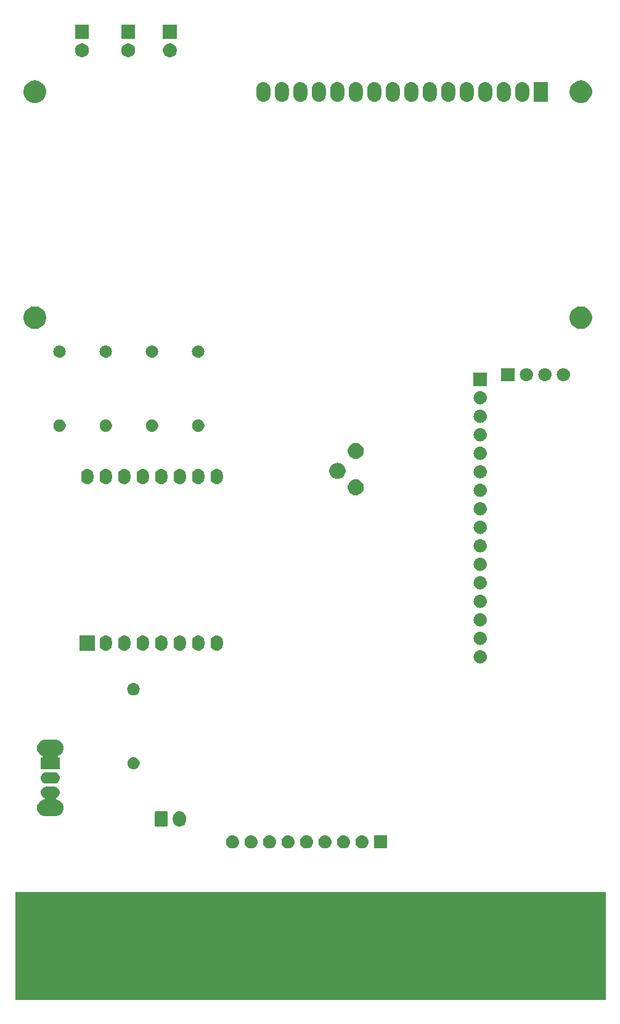
<source format=gbr>
G04 #@! TF.GenerationSoftware,KiCad,Pcbnew,(5.1.2)-1*
G04 #@! TF.CreationDate,2019-11-10T15:37:20+00:00*
G04 #@! TF.ProjectId,Keypad,4b657970-6164-42e6-9b69-6361645f7063,1*
G04 #@! TF.SameCoordinates,Original*
G04 #@! TF.FileFunction,Soldermask,Bot*
G04 #@! TF.FilePolarity,Negative*
%FSLAX46Y46*%
G04 Gerber Fmt 4.6, Leading zero omitted, Abs format (unit mm)*
G04 Created by KiCad (PCBNEW (5.1.2)-1) date 2019-11-10 15:37:20*
%MOMM*%
%LPD*%
G04 APERTURE LIST*
%ADD10C,0.100000*%
G04 APERTURE END LIST*
D10*
G36*
X190500000Y-170180000D02*
G01*
X109474000Y-170180000D01*
X109474000Y-155448000D01*
X190500000Y-155448000D01*
X190500000Y-170180000D01*
G37*
X190500000Y-170180000D02*
X109474000Y-170180000D01*
X109474000Y-155448000D01*
X190500000Y-155448000D01*
X190500000Y-170180000D01*
G36*
X160561000Y-149475501D02*
G01*
X158759000Y-149475501D01*
X158759000Y-147673501D01*
X160561000Y-147673501D01*
X160561000Y-149475501D01*
X160561000Y-149475501D01*
G37*
G36*
X139450442Y-147680019D02*
G01*
X139516627Y-147686538D01*
X139686466Y-147738058D01*
X139842991Y-147821723D01*
X139878729Y-147851053D01*
X139980186Y-147934315D01*
X140063448Y-148035772D01*
X140092778Y-148071510D01*
X140176443Y-148228035D01*
X140227963Y-148397874D01*
X140245359Y-148574501D01*
X140227963Y-148751128D01*
X140176443Y-148920967D01*
X140092778Y-149077492D01*
X140063448Y-149113230D01*
X139980186Y-149214687D01*
X139878729Y-149297949D01*
X139842991Y-149327279D01*
X139686466Y-149410944D01*
X139516627Y-149462464D01*
X139450443Y-149468982D01*
X139384260Y-149475501D01*
X139295740Y-149475501D01*
X139229557Y-149468982D01*
X139163373Y-149462464D01*
X138993534Y-149410944D01*
X138837009Y-149327279D01*
X138801271Y-149297949D01*
X138699814Y-149214687D01*
X138616552Y-149113230D01*
X138587222Y-149077492D01*
X138503557Y-148920967D01*
X138452037Y-148751128D01*
X138434641Y-148574501D01*
X138452037Y-148397874D01*
X138503557Y-148228035D01*
X138587222Y-148071510D01*
X138616552Y-148035772D01*
X138699814Y-147934315D01*
X138801271Y-147851053D01*
X138837009Y-147821723D01*
X138993534Y-147738058D01*
X139163373Y-147686538D01*
X139229558Y-147680019D01*
X139295740Y-147673501D01*
X139384260Y-147673501D01*
X139450442Y-147680019D01*
X139450442Y-147680019D01*
G37*
G36*
X141990442Y-147680019D02*
G01*
X142056627Y-147686538D01*
X142226466Y-147738058D01*
X142382991Y-147821723D01*
X142418729Y-147851053D01*
X142520186Y-147934315D01*
X142603448Y-148035772D01*
X142632778Y-148071510D01*
X142716443Y-148228035D01*
X142767963Y-148397874D01*
X142785359Y-148574501D01*
X142767963Y-148751128D01*
X142716443Y-148920967D01*
X142632778Y-149077492D01*
X142603448Y-149113230D01*
X142520186Y-149214687D01*
X142418729Y-149297949D01*
X142382991Y-149327279D01*
X142226466Y-149410944D01*
X142056627Y-149462464D01*
X141990443Y-149468982D01*
X141924260Y-149475501D01*
X141835740Y-149475501D01*
X141769557Y-149468982D01*
X141703373Y-149462464D01*
X141533534Y-149410944D01*
X141377009Y-149327279D01*
X141341271Y-149297949D01*
X141239814Y-149214687D01*
X141156552Y-149113230D01*
X141127222Y-149077492D01*
X141043557Y-148920967D01*
X140992037Y-148751128D01*
X140974641Y-148574501D01*
X140992037Y-148397874D01*
X141043557Y-148228035D01*
X141127222Y-148071510D01*
X141156552Y-148035772D01*
X141239814Y-147934315D01*
X141341271Y-147851053D01*
X141377009Y-147821723D01*
X141533534Y-147738058D01*
X141703373Y-147686538D01*
X141769558Y-147680019D01*
X141835740Y-147673501D01*
X141924260Y-147673501D01*
X141990442Y-147680019D01*
X141990442Y-147680019D01*
G37*
G36*
X144530442Y-147680019D02*
G01*
X144596627Y-147686538D01*
X144766466Y-147738058D01*
X144922991Y-147821723D01*
X144958729Y-147851053D01*
X145060186Y-147934315D01*
X145143448Y-148035772D01*
X145172778Y-148071510D01*
X145256443Y-148228035D01*
X145307963Y-148397874D01*
X145325359Y-148574501D01*
X145307963Y-148751128D01*
X145256443Y-148920967D01*
X145172778Y-149077492D01*
X145143448Y-149113230D01*
X145060186Y-149214687D01*
X144958729Y-149297949D01*
X144922991Y-149327279D01*
X144766466Y-149410944D01*
X144596627Y-149462464D01*
X144530443Y-149468982D01*
X144464260Y-149475501D01*
X144375740Y-149475501D01*
X144309557Y-149468982D01*
X144243373Y-149462464D01*
X144073534Y-149410944D01*
X143917009Y-149327279D01*
X143881271Y-149297949D01*
X143779814Y-149214687D01*
X143696552Y-149113230D01*
X143667222Y-149077492D01*
X143583557Y-148920967D01*
X143532037Y-148751128D01*
X143514641Y-148574501D01*
X143532037Y-148397874D01*
X143583557Y-148228035D01*
X143667222Y-148071510D01*
X143696552Y-148035772D01*
X143779814Y-147934315D01*
X143881271Y-147851053D01*
X143917009Y-147821723D01*
X144073534Y-147738058D01*
X144243373Y-147686538D01*
X144309558Y-147680019D01*
X144375740Y-147673501D01*
X144464260Y-147673501D01*
X144530442Y-147680019D01*
X144530442Y-147680019D01*
G37*
G36*
X147070442Y-147680019D02*
G01*
X147136627Y-147686538D01*
X147306466Y-147738058D01*
X147462991Y-147821723D01*
X147498729Y-147851053D01*
X147600186Y-147934315D01*
X147683448Y-148035772D01*
X147712778Y-148071510D01*
X147796443Y-148228035D01*
X147847963Y-148397874D01*
X147865359Y-148574501D01*
X147847963Y-148751128D01*
X147796443Y-148920967D01*
X147712778Y-149077492D01*
X147683448Y-149113230D01*
X147600186Y-149214687D01*
X147498729Y-149297949D01*
X147462991Y-149327279D01*
X147306466Y-149410944D01*
X147136627Y-149462464D01*
X147070443Y-149468982D01*
X147004260Y-149475501D01*
X146915740Y-149475501D01*
X146849557Y-149468982D01*
X146783373Y-149462464D01*
X146613534Y-149410944D01*
X146457009Y-149327279D01*
X146421271Y-149297949D01*
X146319814Y-149214687D01*
X146236552Y-149113230D01*
X146207222Y-149077492D01*
X146123557Y-148920967D01*
X146072037Y-148751128D01*
X146054641Y-148574501D01*
X146072037Y-148397874D01*
X146123557Y-148228035D01*
X146207222Y-148071510D01*
X146236552Y-148035772D01*
X146319814Y-147934315D01*
X146421271Y-147851053D01*
X146457009Y-147821723D01*
X146613534Y-147738058D01*
X146783373Y-147686538D01*
X146849558Y-147680019D01*
X146915740Y-147673501D01*
X147004260Y-147673501D01*
X147070442Y-147680019D01*
X147070442Y-147680019D01*
G37*
G36*
X152150442Y-147680019D02*
G01*
X152216627Y-147686538D01*
X152386466Y-147738058D01*
X152542991Y-147821723D01*
X152578729Y-147851053D01*
X152680186Y-147934315D01*
X152763448Y-148035772D01*
X152792778Y-148071510D01*
X152876443Y-148228035D01*
X152927963Y-148397874D01*
X152945359Y-148574501D01*
X152927963Y-148751128D01*
X152876443Y-148920967D01*
X152792778Y-149077492D01*
X152763448Y-149113230D01*
X152680186Y-149214687D01*
X152578729Y-149297949D01*
X152542991Y-149327279D01*
X152386466Y-149410944D01*
X152216627Y-149462464D01*
X152150443Y-149468982D01*
X152084260Y-149475501D01*
X151995740Y-149475501D01*
X151929557Y-149468982D01*
X151863373Y-149462464D01*
X151693534Y-149410944D01*
X151537009Y-149327279D01*
X151501271Y-149297949D01*
X151399814Y-149214687D01*
X151316552Y-149113230D01*
X151287222Y-149077492D01*
X151203557Y-148920967D01*
X151152037Y-148751128D01*
X151134641Y-148574501D01*
X151152037Y-148397874D01*
X151203557Y-148228035D01*
X151287222Y-148071510D01*
X151316552Y-148035772D01*
X151399814Y-147934315D01*
X151501271Y-147851053D01*
X151537009Y-147821723D01*
X151693534Y-147738058D01*
X151863373Y-147686538D01*
X151929558Y-147680019D01*
X151995740Y-147673501D01*
X152084260Y-147673501D01*
X152150442Y-147680019D01*
X152150442Y-147680019D01*
G37*
G36*
X149610442Y-147680019D02*
G01*
X149676627Y-147686538D01*
X149846466Y-147738058D01*
X150002991Y-147821723D01*
X150038729Y-147851053D01*
X150140186Y-147934315D01*
X150223448Y-148035772D01*
X150252778Y-148071510D01*
X150336443Y-148228035D01*
X150387963Y-148397874D01*
X150405359Y-148574501D01*
X150387963Y-148751128D01*
X150336443Y-148920967D01*
X150252778Y-149077492D01*
X150223448Y-149113230D01*
X150140186Y-149214687D01*
X150038729Y-149297949D01*
X150002991Y-149327279D01*
X149846466Y-149410944D01*
X149676627Y-149462464D01*
X149610443Y-149468982D01*
X149544260Y-149475501D01*
X149455740Y-149475501D01*
X149389557Y-149468982D01*
X149323373Y-149462464D01*
X149153534Y-149410944D01*
X148997009Y-149327279D01*
X148961271Y-149297949D01*
X148859814Y-149214687D01*
X148776552Y-149113230D01*
X148747222Y-149077492D01*
X148663557Y-148920967D01*
X148612037Y-148751128D01*
X148594641Y-148574501D01*
X148612037Y-148397874D01*
X148663557Y-148228035D01*
X148747222Y-148071510D01*
X148776552Y-148035772D01*
X148859814Y-147934315D01*
X148961271Y-147851053D01*
X148997009Y-147821723D01*
X149153534Y-147738058D01*
X149323373Y-147686538D01*
X149389558Y-147680019D01*
X149455740Y-147673501D01*
X149544260Y-147673501D01*
X149610442Y-147680019D01*
X149610442Y-147680019D01*
G37*
G36*
X157230442Y-147680019D02*
G01*
X157296627Y-147686538D01*
X157466466Y-147738058D01*
X157622991Y-147821723D01*
X157658729Y-147851053D01*
X157760186Y-147934315D01*
X157843448Y-148035772D01*
X157872778Y-148071510D01*
X157956443Y-148228035D01*
X158007963Y-148397874D01*
X158025359Y-148574501D01*
X158007963Y-148751128D01*
X157956443Y-148920967D01*
X157872778Y-149077492D01*
X157843448Y-149113230D01*
X157760186Y-149214687D01*
X157658729Y-149297949D01*
X157622991Y-149327279D01*
X157466466Y-149410944D01*
X157296627Y-149462464D01*
X157230443Y-149468982D01*
X157164260Y-149475501D01*
X157075740Y-149475501D01*
X157009557Y-149468982D01*
X156943373Y-149462464D01*
X156773534Y-149410944D01*
X156617009Y-149327279D01*
X156581271Y-149297949D01*
X156479814Y-149214687D01*
X156396552Y-149113230D01*
X156367222Y-149077492D01*
X156283557Y-148920967D01*
X156232037Y-148751128D01*
X156214641Y-148574501D01*
X156232037Y-148397874D01*
X156283557Y-148228035D01*
X156367222Y-148071510D01*
X156396552Y-148035772D01*
X156479814Y-147934315D01*
X156581271Y-147851053D01*
X156617009Y-147821723D01*
X156773534Y-147738058D01*
X156943373Y-147686538D01*
X157009558Y-147680019D01*
X157075740Y-147673501D01*
X157164260Y-147673501D01*
X157230442Y-147680019D01*
X157230442Y-147680019D01*
G37*
G36*
X154690442Y-147680019D02*
G01*
X154756627Y-147686538D01*
X154926466Y-147738058D01*
X155082991Y-147821723D01*
X155118729Y-147851053D01*
X155220186Y-147934315D01*
X155303448Y-148035772D01*
X155332778Y-148071510D01*
X155416443Y-148228035D01*
X155467963Y-148397874D01*
X155485359Y-148574501D01*
X155467963Y-148751128D01*
X155416443Y-148920967D01*
X155332778Y-149077492D01*
X155303448Y-149113230D01*
X155220186Y-149214687D01*
X155118729Y-149297949D01*
X155082991Y-149327279D01*
X154926466Y-149410944D01*
X154756627Y-149462464D01*
X154690443Y-149468982D01*
X154624260Y-149475501D01*
X154535740Y-149475501D01*
X154469557Y-149468982D01*
X154403373Y-149462464D01*
X154233534Y-149410944D01*
X154077009Y-149327279D01*
X154041271Y-149297949D01*
X153939814Y-149214687D01*
X153856552Y-149113230D01*
X153827222Y-149077492D01*
X153743557Y-148920967D01*
X153692037Y-148751128D01*
X153674641Y-148574501D01*
X153692037Y-148397874D01*
X153743557Y-148228035D01*
X153827222Y-148071510D01*
X153856552Y-148035772D01*
X153939814Y-147934315D01*
X154041271Y-147851053D01*
X154077009Y-147821723D01*
X154233534Y-147738058D01*
X154403373Y-147686538D01*
X154469558Y-147680019D01*
X154535740Y-147673501D01*
X154624260Y-147673501D01*
X154690442Y-147680019D01*
X154690442Y-147680019D01*
G37*
G36*
X132216626Y-144377037D02*
G01*
X132386465Y-144428557D01*
X132386467Y-144428558D01*
X132542989Y-144512221D01*
X132680186Y-144624814D01*
X132752408Y-144712818D01*
X132792778Y-144762009D01*
X132876443Y-144918534D01*
X132927963Y-145088373D01*
X132941000Y-145220742D01*
X132941000Y-145609257D01*
X132927963Y-145741626D01*
X132876443Y-145911466D01*
X132792778Y-146067991D01*
X132763448Y-146103729D01*
X132680186Y-146205186D01*
X132585250Y-146283097D01*
X132542991Y-146317778D01*
X132386466Y-146401443D01*
X132216627Y-146452963D01*
X132040000Y-146470359D01*
X131863374Y-146452963D01*
X131693535Y-146401443D01*
X131537010Y-146317778D01*
X131399815Y-146205185D01*
X131287222Y-146067991D01*
X131203557Y-145911466D01*
X131152037Y-145741627D01*
X131139000Y-145609258D01*
X131139000Y-145220743D01*
X131152037Y-145088374D01*
X131203557Y-144918535D01*
X131287222Y-144762010D01*
X131287223Y-144762009D01*
X131399814Y-144624814D01*
X131506141Y-144537555D01*
X131537009Y-144512222D01*
X131693534Y-144428557D01*
X131863373Y-144377037D01*
X132040000Y-144359641D01*
X132216626Y-144377037D01*
X132216626Y-144377037D01*
G37*
G36*
X130298600Y-144367989D02*
G01*
X130331652Y-144378015D01*
X130362103Y-144394292D01*
X130388799Y-144416201D01*
X130410708Y-144442897D01*
X130426985Y-144473348D01*
X130437011Y-144506400D01*
X130441000Y-144546903D01*
X130441000Y-146283097D01*
X130437011Y-146323600D01*
X130426985Y-146356652D01*
X130410708Y-146387103D01*
X130388799Y-146413799D01*
X130362103Y-146435708D01*
X130331652Y-146451985D01*
X130298600Y-146462011D01*
X130258097Y-146466000D01*
X128821903Y-146466000D01*
X128781400Y-146462011D01*
X128748348Y-146451985D01*
X128717897Y-146435708D01*
X128691201Y-146413799D01*
X128669292Y-146387103D01*
X128653015Y-146356652D01*
X128642989Y-146323600D01*
X128639000Y-146283097D01*
X128639000Y-144546903D01*
X128642989Y-144506400D01*
X128653015Y-144473348D01*
X128669292Y-144442897D01*
X128691201Y-144416201D01*
X128717897Y-144394292D01*
X128748348Y-144378015D01*
X128781400Y-144367989D01*
X128821903Y-144364000D01*
X130258097Y-144364000D01*
X130298600Y-144367989D01*
X130298600Y-144367989D01*
G37*
G36*
X114878571Y-140997863D02*
G01*
X114957023Y-141005590D01*
X115057682Y-141036125D01*
X115108013Y-141051392D01*
X115247165Y-141125771D01*
X115369133Y-141225867D01*
X115469229Y-141347835D01*
X115543608Y-141486987D01*
X115543608Y-141486988D01*
X115589410Y-141637977D01*
X115604875Y-141795000D01*
X115589410Y-141952023D01*
X115558875Y-142052682D01*
X115543608Y-142103013D01*
X115469229Y-142242165D01*
X115369133Y-142364133D01*
X115247165Y-142464229D01*
X115131161Y-142526235D01*
X115110787Y-142539849D01*
X115093460Y-142557176D01*
X115079846Y-142577550D01*
X115070469Y-142600189D01*
X115065689Y-142624223D01*
X115065689Y-142648727D01*
X115070470Y-142672760D01*
X115079847Y-142695399D01*
X115093461Y-142715773D01*
X115110788Y-142733100D01*
X115131162Y-142746714D01*
X115153801Y-142756091D01*
X115173516Y-142760012D01*
X115175631Y-142760654D01*
X115175635Y-142760654D01*
X115392600Y-142826470D01*
X115392602Y-142826471D01*
X115592555Y-142933347D01*
X115767818Y-143077182D01*
X115911653Y-143252445D01*
X116018529Y-143452398D01*
X116084346Y-143669366D01*
X116106569Y-143895000D01*
X116084346Y-144120634D01*
X116018529Y-144337602D01*
X115911653Y-144537555D01*
X115767818Y-144712818D01*
X115592555Y-144856653D01*
X115392602Y-144963529D01*
X115392600Y-144963530D01*
X115175635Y-145029346D01*
X115119271Y-145034897D01*
X115006545Y-145046000D01*
X113593455Y-145046000D01*
X113480729Y-145034897D01*
X113424365Y-145029346D01*
X113207400Y-144963530D01*
X113207398Y-144963529D01*
X113007445Y-144856653D01*
X112832182Y-144712818D01*
X112688347Y-144537555D01*
X112581471Y-144337602D01*
X112515654Y-144120634D01*
X112493431Y-143895000D01*
X112515654Y-143669366D01*
X112581471Y-143452398D01*
X112688347Y-143252445D01*
X112832182Y-143077182D01*
X113007445Y-142933347D01*
X113207398Y-142826471D01*
X113207400Y-142826470D01*
X113424365Y-142760654D01*
X113424369Y-142760654D01*
X113426484Y-142760012D01*
X113446197Y-142756091D01*
X113468836Y-142746715D01*
X113489210Y-142733101D01*
X113506538Y-142715775D01*
X113520152Y-142695401D01*
X113529530Y-142672762D01*
X113534311Y-142648729D01*
X113534311Y-142624225D01*
X113529531Y-142600191D01*
X113520155Y-142577552D01*
X113506541Y-142557178D01*
X113489215Y-142539850D01*
X113468839Y-142526235D01*
X113352835Y-142464229D01*
X113230867Y-142364133D01*
X113130771Y-142242165D01*
X113056392Y-142103013D01*
X113041125Y-142052682D01*
X113010590Y-141952023D01*
X112995125Y-141795000D01*
X113010590Y-141637977D01*
X113056392Y-141486988D01*
X113056392Y-141486987D01*
X113130771Y-141347835D01*
X113230867Y-141225867D01*
X113352835Y-141125771D01*
X113491987Y-141051392D01*
X113542318Y-141036125D01*
X113642977Y-141005590D01*
X113721429Y-140997863D01*
X113760654Y-140994000D01*
X114839346Y-140994000D01*
X114878571Y-140997863D01*
X114878571Y-140997863D01*
G37*
G36*
X114878571Y-138997863D02*
G01*
X114957023Y-139005590D01*
X115057682Y-139036125D01*
X115108013Y-139051392D01*
X115247165Y-139125771D01*
X115369133Y-139225867D01*
X115469229Y-139347835D01*
X115543608Y-139486987D01*
X115543608Y-139486988D01*
X115589410Y-139637977D01*
X115604875Y-139795000D01*
X115589410Y-139952023D01*
X115558875Y-140052682D01*
X115543608Y-140103013D01*
X115469229Y-140242165D01*
X115369133Y-140364133D01*
X115247165Y-140464229D01*
X115108013Y-140538608D01*
X115057682Y-140553875D01*
X114957023Y-140584410D01*
X114878571Y-140592137D01*
X114839346Y-140596000D01*
X113760654Y-140596000D01*
X113721429Y-140592137D01*
X113642977Y-140584410D01*
X113542318Y-140553875D01*
X113491987Y-140538608D01*
X113352835Y-140464229D01*
X113230867Y-140364133D01*
X113130771Y-140242165D01*
X113056392Y-140103013D01*
X113041125Y-140052682D01*
X113010590Y-139952023D01*
X112995125Y-139795000D01*
X113010590Y-139637977D01*
X113056392Y-139486988D01*
X113056392Y-139486987D01*
X113130771Y-139347835D01*
X113230867Y-139225867D01*
X113352835Y-139125771D01*
X113491987Y-139051392D01*
X113542318Y-139036125D01*
X113642977Y-139005590D01*
X113721429Y-138997863D01*
X113760654Y-138994000D01*
X114839346Y-138994000D01*
X114878571Y-138997863D01*
X114878571Y-138997863D01*
G37*
G36*
X125978228Y-136976703D02*
G01*
X126133100Y-137040853D01*
X126272481Y-137133985D01*
X126391015Y-137252519D01*
X126484147Y-137391900D01*
X126548297Y-137546772D01*
X126581000Y-137711184D01*
X126581000Y-137878816D01*
X126548297Y-138043228D01*
X126484147Y-138198100D01*
X126391015Y-138337481D01*
X126272481Y-138456015D01*
X126133100Y-138549147D01*
X125978228Y-138613297D01*
X125813816Y-138646000D01*
X125646184Y-138646000D01*
X125481772Y-138613297D01*
X125326900Y-138549147D01*
X125187519Y-138456015D01*
X125068985Y-138337481D01*
X124975853Y-138198100D01*
X124911703Y-138043228D01*
X124879000Y-137878816D01*
X124879000Y-137711184D01*
X124911703Y-137546772D01*
X124975853Y-137391900D01*
X125068985Y-137252519D01*
X125187519Y-137133985D01*
X125326900Y-137040853D01*
X125481772Y-136976703D01*
X125646184Y-136944000D01*
X125813816Y-136944000D01*
X125978228Y-136976703D01*
X125978228Y-136976703D01*
G37*
G36*
X115119271Y-134555103D02*
G01*
X115175635Y-134560654D01*
X115392600Y-134626470D01*
X115392602Y-134626471D01*
X115592555Y-134733347D01*
X115767818Y-134877182D01*
X115911653Y-135052445D01*
X116018529Y-135252398D01*
X116084346Y-135469366D01*
X116106569Y-135695000D01*
X116084346Y-135920634D01*
X116018529Y-136137602D01*
X115911653Y-136337555D01*
X115767818Y-136512818D01*
X115592555Y-136656653D01*
X115401521Y-136758762D01*
X115381147Y-136772375D01*
X115363820Y-136789702D01*
X115350206Y-136810077D01*
X115340828Y-136832715D01*
X115336048Y-136856749D01*
X115336048Y-136881253D01*
X115340828Y-136905286D01*
X115350206Y-136927925D01*
X115363819Y-136948299D01*
X115381146Y-136965626D01*
X115401521Y-136979240D01*
X115424159Y-136988618D01*
X115448193Y-136993398D01*
X115460445Y-136994000D01*
X115601000Y-136994000D01*
X115601000Y-138596000D01*
X112999000Y-138596000D01*
X112999000Y-136994000D01*
X113139555Y-136994000D01*
X113163941Y-136991598D01*
X113187390Y-136984485D01*
X113209001Y-136972934D01*
X113227943Y-136957389D01*
X113243488Y-136938447D01*
X113255039Y-136916836D01*
X113262152Y-136893387D01*
X113264554Y-136869001D01*
X113262152Y-136844615D01*
X113255039Y-136821166D01*
X113243488Y-136799555D01*
X113227943Y-136780613D01*
X113209001Y-136765068D01*
X113198479Y-136758762D01*
X113007445Y-136656653D01*
X112832182Y-136512818D01*
X112688347Y-136337555D01*
X112581471Y-136137602D01*
X112515654Y-135920634D01*
X112493431Y-135695000D01*
X112515654Y-135469366D01*
X112581471Y-135252398D01*
X112688347Y-135052445D01*
X112832182Y-134877182D01*
X113007445Y-134733347D01*
X113207398Y-134626471D01*
X113207400Y-134626470D01*
X113424365Y-134560654D01*
X113480729Y-134555103D01*
X113593455Y-134544000D01*
X115006545Y-134544000D01*
X115119271Y-134555103D01*
X115119271Y-134555103D01*
G37*
G36*
X125896823Y-126796313D02*
G01*
X126057242Y-126844976D01*
X126189906Y-126915886D01*
X126205078Y-126923996D01*
X126334659Y-127030341D01*
X126441004Y-127159922D01*
X126441005Y-127159924D01*
X126520024Y-127307758D01*
X126568687Y-127468177D01*
X126585117Y-127635000D01*
X126568687Y-127801823D01*
X126520024Y-127962242D01*
X126449114Y-128094906D01*
X126441004Y-128110078D01*
X126334659Y-128239659D01*
X126205078Y-128346004D01*
X126205076Y-128346005D01*
X126057242Y-128425024D01*
X125896823Y-128473687D01*
X125771804Y-128486000D01*
X125688196Y-128486000D01*
X125563177Y-128473687D01*
X125402758Y-128425024D01*
X125254924Y-128346005D01*
X125254922Y-128346004D01*
X125125341Y-128239659D01*
X125018996Y-128110078D01*
X125010886Y-128094906D01*
X124939976Y-127962242D01*
X124891313Y-127801823D01*
X124874883Y-127635000D01*
X124891313Y-127468177D01*
X124939976Y-127307758D01*
X125018995Y-127159924D01*
X125018996Y-127159922D01*
X125125341Y-127030341D01*
X125254922Y-126923996D01*
X125270094Y-126915886D01*
X125402758Y-126844976D01*
X125563177Y-126796313D01*
X125688196Y-126784000D01*
X125771804Y-126784000D01*
X125896823Y-126796313D01*
X125896823Y-126796313D01*
G37*
G36*
X173465443Y-122295519D02*
G01*
X173531627Y-122302037D01*
X173701466Y-122353557D01*
X173857991Y-122437222D01*
X173893729Y-122466552D01*
X173995186Y-122549814D01*
X174078448Y-122651271D01*
X174107778Y-122687009D01*
X174191443Y-122843534D01*
X174242963Y-123013373D01*
X174260359Y-123190000D01*
X174242963Y-123366627D01*
X174191443Y-123536466D01*
X174107778Y-123692991D01*
X174078448Y-123728729D01*
X173995186Y-123830186D01*
X173893729Y-123913448D01*
X173857991Y-123942778D01*
X173701466Y-124026443D01*
X173531627Y-124077963D01*
X173465442Y-124084482D01*
X173399260Y-124091000D01*
X173310740Y-124091000D01*
X173244558Y-124084482D01*
X173178373Y-124077963D01*
X173008534Y-124026443D01*
X172852009Y-123942778D01*
X172816271Y-123913448D01*
X172714814Y-123830186D01*
X172631552Y-123728729D01*
X172602222Y-123692991D01*
X172518557Y-123536466D01*
X172467037Y-123366627D01*
X172449641Y-123190000D01*
X172467037Y-123013373D01*
X172518557Y-122843534D01*
X172602222Y-122687009D01*
X172631552Y-122651271D01*
X172714814Y-122549814D01*
X172816271Y-122466552D01*
X172852009Y-122437222D01*
X173008534Y-122353557D01*
X173178373Y-122302037D01*
X173244557Y-122295519D01*
X173310740Y-122289000D01*
X173399260Y-122289000D01*
X173465443Y-122295519D01*
X173465443Y-122295519D01*
G37*
G36*
X137326822Y-120246313D02*
G01*
X137487241Y-120294976D01*
X137635077Y-120373995D01*
X137756171Y-120473375D01*
X137764659Y-120480341D01*
X137871004Y-120609922D01*
X137871005Y-120609924D01*
X137950024Y-120757758D01*
X137998687Y-120918177D01*
X138011000Y-121043196D01*
X138011000Y-121526803D01*
X137998687Y-121651822D01*
X137950024Y-121812242D01*
X137879114Y-121944906D01*
X137871004Y-121960078D01*
X137764659Y-122089659D01*
X137635078Y-122196004D01*
X137635076Y-122196005D01*
X137487242Y-122275024D01*
X137326823Y-122323687D01*
X137160000Y-122340117D01*
X136993178Y-122323687D01*
X136832759Y-122275024D01*
X136684925Y-122196005D01*
X136684923Y-122196004D01*
X136555342Y-122089659D01*
X136448996Y-121960078D01*
X136440886Y-121944906D01*
X136369976Y-121812242D01*
X136321313Y-121651823D01*
X136309000Y-121526804D01*
X136309000Y-121043197D01*
X136321313Y-120918178D01*
X136369976Y-120757759D01*
X136448995Y-120609923D01*
X136555341Y-120480341D01*
X136563829Y-120473375D01*
X136684922Y-120373996D01*
X136700094Y-120365886D01*
X136832758Y-120294976D01*
X136993177Y-120246313D01*
X137160000Y-120229883D01*
X137326822Y-120246313D01*
X137326822Y-120246313D01*
G37*
G36*
X134786822Y-120246313D02*
G01*
X134947241Y-120294976D01*
X135095077Y-120373995D01*
X135216171Y-120473375D01*
X135224659Y-120480341D01*
X135331004Y-120609922D01*
X135331005Y-120609924D01*
X135410024Y-120757758D01*
X135458687Y-120918177D01*
X135471000Y-121043196D01*
X135471000Y-121526803D01*
X135458687Y-121651822D01*
X135410024Y-121812242D01*
X135339114Y-121944906D01*
X135331004Y-121960078D01*
X135224659Y-122089659D01*
X135095078Y-122196004D01*
X135095076Y-122196005D01*
X134947242Y-122275024D01*
X134786823Y-122323687D01*
X134620000Y-122340117D01*
X134453178Y-122323687D01*
X134292759Y-122275024D01*
X134144925Y-122196005D01*
X134144923Y-122196004D01*
X134015342Y-122089659D01*
X133908996Y-121960078D01*
X133900886Y-121944906D01*
X133829976Y-121812242D01*
X133781313Y-121651823D01*
X133769000Y-121526804D01*
X133769000Y-121043197D01*
X133781313Y-120918178D01*
X133829976Y-120757759D01*
X133908995Y-120609923D01*
X134015341Y-120480341D01*
X134023829Y-120473375D01*
X134144922Y-120373996D01*
X134160094Y-120365886D01*
X134292758Y-120294976D01*
X134453177Y-120246313D01*
X134620000Y-120229883D01*
X134786822Y-120246313D01*
X134786822Y-120246313D01*
G37*
G36*
X132246822Y-120246313D02*
G01*
X132407241Y-120294976D01*
X132555077Y-120373995D01*
X132676171Y-120473375D01*
X132684659Y-120480341D01*
X132791004Y-120609922D01*
X132791005Y-120609924D01*
X132870024Y-120757758D01*
X132918687Y-120918177D01*
X132931000Y-121043196D01*
X132931000Y-121526803D01*
X132918687Y-121651822D01*
X132870024Y-121812242D01*
X132799114Y-121944906D01*
X132791004Y-121960078D01*
X132684659Y-122089659D01*
X132555078Y-122196004D01*
X132555076Y-122196005D01*
X132407242Y-122275024D01*
X132246823Y-122323687D01*
X132080000Y-122340117D01*
X131913178Y-122323687D01*
X131752759Y-122275024D01*
X131604925Y-122196005D01*
X131604923Y-122196004D01*
X131475342Y-122089659D01*
X131368996Y-121960078D01*
X131360886Y-121944906D01*
X131289976Y-121812242D01*
X131241313Y-121651823D01*
X131229000Y-121526804D01*
X131229000Y-121043197D01*
X131241313Y-120918178D01*
X131289976Y-120757759D01*
X131368995Y-120609923D01*
X131475341Y-120480341D01*
X131483829Y-120473375D01*
X131604922Y-120373996D01*
X131620094Y-120365886D01*
X131752758Y-120294976D01*
X131913177Y-120246313D01*
X132080000Y-120229883D01*
X132246822Y-120246313D01*
X132246822Y-120246313D01*
G37*
G36*
X122086822Y-120246313D02*
G01*
X122247241Y-120294976D01*
X122395077Y-120373995D01*
X122516171Y-120473375D01*
X122524659Y-120480341D01*
X122631004Y-120609922D01*
X122631005Y-120609924D01*
X122710024Y-120757758D01*
X122758687Y-120918177D01*
X122771000Y-121043196D01*
X122771000Y-121526803D01*
X122758687Y-121651822D01*
X122710024Y-121812242D01*
X122639114Y-121944906D01*
X122631004Y-121960078D01*
X122524659Y-122089659D01*
X122395078Y-122196004D01*
X122395076Y-122196005D01*
X122247242Y-122275024D01*
X122086823Y-122323687D01*
X121920000Y-122340117D01*
X121753178Y-122323687D01*
X121592759Y-122275024D01*
X121444925Y-122196005D01*
X121444923Y-122196004D01*
X121315342Y-122089659D01*
X121208996Y-121960078D01*
X121200886Y-121944906D01*
X121129976Y-121812242D01*
X121081313Y-121651823D01*
X121069000Y-121526804D01*
X121069000Y-121043197D01*
X121081313Y-120918178D01*
X121129976Y-120757759D01*
X121208995Y-120609923D01*
X121315341Y-120480341D01*
X121323829Y-120473375D01*
X121444922Y-120373996D01*
X121460094Y-120365886D01*
X121592758Y-120294976D01*
X121753177Y-120246313D01*
X121920000Y-120229883D01*
X122086822Y-120246313D01*
X122086822Y-120246313D01*
G37*
G36*
X124626822Y-120246313D02*
G01*
X124787241Y-120294976D01*
X124935077Y-120373995D01*
X125056171Y-120473375D01*
X125064659Y-120480341D01*
X125171004Y-120609922D01*
X125171005Y-120609924D01*
X125250024Y-120757758D01*
X125298687Y-120918177D01*
X125311000Y-121043196D01*
X125311000Y-121526803D01*
X125298687Y-121651822D01*
X125250024Y-121812242D01*
X125179114Y-121944906D01*
X125171004Y-121960078D01*
X125064659Y-122089659D01*
X124935078Y-122196004D01*
X124935076Y-122196005D01*
X124787242Y-122275024D01*
X124626823Y-122323687D01*
X124460000Y-122340117D01*
X124293178Y-122323687D01*
X124132759Y-122275024D01*
X123984925Y-122196005D01*
X123984923Y-122196004D01*
X123855342Y-122089659D01*
X123748996Y-121960078D01*
X123740886Y-121944906D01*
X123669976Y-121812242D01*
X123621313Y-121651823D01*
X123609000Y-121526804D01*
X123609000Y-121043197D01*
X123621313Y-120918178D01*
X123669976Y-120757759D01*
X123748995Y-120609923D01*
X123855341Y-120480341D01*
X123863829Y-120473375D01*
X123984922Y-120373996D01*
X124000094Y-120365886D01*
X124132758Y-120294976D01*
X124293177Y-120246313D01*
X124460000Y-120229883D01*
X124626822Y-120246313D01*
X124626822Y-120246313D01*
G37*
G36*
X127166822Y-120246313D02*
G01*
X127327241Y-120294976D01*
X127475077Y-120373995D01*
X127596171Y-120473375D01*
X127604659Y-120480341D01*
X127711004Y-120609922D01*
X127711005Y-120609924D01*
X127790024Y-120757758D01*
X127838687Y-120918177D01*
X127851000Y-121043196D01*
X127851000Y-121526803D01*
X127838687Y-121651822D01*
X127790024Y-121812242D01*
X127719114Y-121944906D01*
X127711004Y-121960078D01*
X127604659Y-122089659D01*
X127475078Y-122196004D01*
X127475076Y-122196005D01*
X127327242Y-122275024D01*
X127166823Y-122323687D01*
X127000000Y-122340117D01*
X126833178Y-122323687D01*
X126672759Y-122275024D01*
X126524925Y-122196005D01*
X126524923Y-122196004D01*
X126395342Y-122089659D01*
X126288996Y-121960078D01*
X126280886Y-121944906D01*
X126209976Y-121812242D01*
X126161313Y-121651823D01*
X126149000Y-121526804D01*
X126149000Y-121043197D01*
X126161313Y-120918178D01*
X126209976Y-120757759D01*
X126288995Y-120609923D01*
X126395341Y-120480341D01*
X126403829Y-120473375D01*
X126524922Y-120373996D01*
X126540094Y-120365886D01*
X126672758Y-120294976D01*
X126833177Y-120246313D01*
X127000000Y-120229883D01*
X127166822Y-120246313D01*
X127166822Y-120246313D01*
G37*
G36*
X129706822Y-120246313D02*
G01*
X129867241Y-120294976D01*
X130015077Y-120373995D01*
X130136171Y-120473375D01*
X130144659Y-120480341D01*
X130251004Y-120609922D01*
X130251005Y-120609924D01*
X130330024Y-120757758D01*
X130378687Y-120918177D01*
X130391000Y-121043196D01*
X130391000Y-121526803D01*
X130378687Y-121651822D01*
X130330024Y-121812242D01*
X130259114Y-121944906D01*
X130251004Y-121960078D01*
X130144659Y-122089659D01*
X130015078Y-122196004D01*
X130015076Y-122196005D01*
X129867242Y-122275024D01*
X129706823Y-122323687D01*
X129540000Y-122340117D01*
X129373178Y-122323687D01*
X129212759Y-122275024D01*
X129064925Y-122196005D01*
X129064923Y-122196004D01*
X128935342Y-122089659D01*
X128828996Y-121960078D01*
X128820886Y-121944906D01*
X128749976Y-121812242D01*
X128701313Y-121651823D01*
X128689000Y-121526804D01*
X128689000Y-121043197D01*
X128701313Y-120918178D01*
X128749976Y-120757759D01*
X128828995Y-120609923D01*
X128935341Y-120480341D01*
X128943829Y-120473375D01*
X129064922Y-120373996D01*
X129080094Y-120365886D01*
X129212758Y-120294976D01*
X129373177Y-120246313D01*
X129540000Y-120229883D01*
X129706822Y-120246313D01*
X129706822Y-120246313D01*
G37*
G36*
X120431000Y-122336000D02*
G01*
X118329000Y-122336000D01*
X118329000Y-120234000D01*
X120431000Y-120234000D01*
X120431000Y-122336000D01*
X120431000Y-122336000D01*
G37*
G36*
X173465442Y-119755518D02*
G01*
X173531627Y-119762037D01*
X173701466Y-119813557D01*
X173857991Y-119897222D01*
X173893729Y-119926552D01*
X173995186Y-120009814D01*
X174078448Y-120111271D01*
X174107778Y-120147009D01*
X174191443Y-120303534D01*
X174242963Y-120473373D01*
X174260359Y-120650000D01*
X174242963Y-120826627D01*
X174191443Y-120996466D01*
X174107778Y-121152991D01*
X174078448Y-121188729D01*
X173995186Y-121290186D01*
X173893729Y-121373448D01*
X173857991Y-121402778D01*
X173701466Y-121486443D01*
X173531627Y-121537963D01*
X173465443Y-121544481D01*
X173399260Y-121551000D01*
X173310740Y-121551000D01*
X173244557Y-121544481D01*
X173178373Y-121537963D01*
X173008534Y-121486443D01*
X172852009Y-121402778D01*
X172816271Y-121373448D01*
X172714814Y-121290186D01*
X172631552Y-121188729D01*
X172602222Y-121152991D01*
X172518557Y-120996466D01*
X172467037Y-120826627D01*
X172449641Y-120650000D01*
X172467037Y-120473373D01*
X172518557Y-120303534D01*
X172602222Y-120147009D01*
X172631552Y-120111271D01*
X172714814Y-120009814D01*
X172816271Y-119926552D01*
X172852009Y-119897222D01*
X173008534Y-119813557D01*
X173178373Y-119762037D01*
X173244558Y-119755518D01*
X173310740Y-119749000D01*
X173399260Y-119749000D01*
X173465442Y-119755518D01*
X173465442Y-119755518D01*
G37*
G36*
X173465443Y-117215519D02*
G01*
X173531627Y-117222037D01*
X173701466Y-117273557D01*
X173857991Y-117357222D01*
X173893729Y-117386552D01*
X173995186Y-117469814D01*
X174078448Y-117571271D01*
X174107778Y-117607009D01*
X174191443Y-117763534D01*
X174242963Y-117933373D01*
X174260359Y-118110000D01*
X174242963Y-118286627D01*
X174191443Y-118456466D01*
X174107778Y-118612991D01*
X174078448Y-118648729D01*
X173995186Y-118750186D01*
X173893729Y-118833448D01*
X173857991Y-118862778D01*
X173701466Y-118946443D01*
X173531627Y-118997963D01*
X173465443Y-119004481D01*
X173399260Y-119011000D01*
X173310740Y-119011000D01*
X173244557Y-119004481D01*
X173178373Y-118997963D01*
X173008534Y-118946443D01*
X172852009Y-118862778D01*
X172816271Y-118833448D01*
X172714814Y-118750186D01*
X172631552Y-118648729D01*
X172602222Y-118612991D01*
X172518557Y-118456466D01*
X172467037Y-118286627D01*
X172449641Y-118110000D01*
X172467037Y-117933373D01*
X172518557Y-117763534D01*
X172602222Y-117607009D01*
X172631552Y-117571271D01*
X172714814Y-117469814D01*
X172816271Y-117386552D01*
X172852009Y-117357222D01*
X173008534Y-117273557D01*
X173178373Y-117222037D01*
X173244557Y-117215519D01*
X173310740Y-117209000D01*
X173399260Y-117209000D01*
X173465443Y-117215519D01*
X173465443Y-117215519D01*
G37*
G36*
X173465443Y-114675519D02*
G01*
X173531627Y-114682037D01*
X173701466Y-114733557D01*
X173857991Y-114817222D01*
X173893729Y-114846552D01*
X173995186Y-114929814D01*
X174078448Y-115031271D01*
X174107778Y-115067009D01*
X174191443Y-115223534D01*
X174242963Y-115393373D01*
X174260359Y-115570000D01*
X174242963Y-115746627D01*
X174191443Y-115916466D01*
X174107778Y-116072991D01*
X174078448Y-116108729D01*
X173995186Y-116210186D01*
X173893729Y-116293448D01*
X173857991Y-116322778D01*
X173701466Y-116406443D01*
X173531627Y-116457963D01*
X173465442Y-116464482D01*
X173399260Y-116471000D01*
X173310740Y-116471000D01*
X173244558Y-116464482D01*
X173178373Y-116457963D01*
X173008534Y-116406443D01*
X172852009Y-116322778D01*
X172816271Y-116293448D01*
X172714814Y-116210186D01*
X172631552Y-116108729D01*
X172602222Y-116072991D01*
X172518557Y-115916466D01*
X172467037Y-115746627D01*
X172449641Y-115570000D01*
X172467037Y-115393373D01*
X172518557Y-115223534D01*
X172602222Y-115067009D01*
X172631552Y-115031271D01*
X172714814Y-114929814D01*
X172816271Y-114846552D01*
X172852009Y-114817222D01*
X173008534Y-114733557D01*
X173178373Y-114682037D01*
X173244557Y-114675519D01*
X173310740Y-114669000D01*
X173399260Y-114669000D01*
X173465443Y-114675519D01*
X173465443Y-114675519D01*
G37*
G36*
X173465443Y-112135519D02*
G01*
X173531627Y-112142037D01*
X173701466Y-112193557D01*
X173857991Y-112277222D01*
X173893729Y-112306552D01*
X173995186Y-112389814D01*
X174078448Y-112491271D01*
X174107778Y-112527009D01*
X174191443Y-112683534D01*
X174242963Y-112853373D01*
X174260359Y-113030000D01*
X174242963Y-113206627D01*
X174191443Y-113376466D01*
X174107778Y-113532991D01*
X174078448Y-113568729D01*
X173995186Y-113670186D01*
X173893729Y-113753448D01*
X173857991Y-113782778D01*
X173701466Y-113866443D01*
X173531627Y-113917963D01*
X173465443Y-113924481D01*
X173399260Y-113931000D01*
X173310740Y-113931000D01*
X173244557Y-113924481D01*
X173178373Y-113917963D01*
X173008534Y-113866443D01*
X172852009Y-113782778D01*
X172816271Y-113753448D01*
X172714814Y-113670186D01*
X172631552Y-113568729D01*
X172602222Y-113532991D01*
X172518557Y-113376466D01*
X172467037Y-113206627D01*
X172449641Y-113030000D01*
X172467037Y-112853373D01*
X172518557Y-112683534D01*
X172602222Y-112527009D01*
X172631552Y-112491271D01*
X172714814Y-112389814D01*
X172816271Y-112306552D01*
X172852009Y-112277222D01*
X173008534Y-112193557D01*
X173178373Y-112142037D01*
X173244557Y-112135519D01*
X173310740Y-112129000D01*
X173399260Y-112129000D01*
X173465443Y-112135519D01*
X173465443Y-112135519D01*
G37*
G36*
X173465442Y-109595518D02*
G01*
X173531627Y-109602037D01*
X173701466Y-109653557D01*
X173857991Y-109737222D01*
X173893729Y-109766552D01*
X173995186Y-109849814D01*
X174078448Y-109951271D01*
X174107778Y-109987009D01*
X174191443Y-110143534D01*
X174242963Y-110313373D01*
X174260359Y-110490000D01*
X174242963Y-110666627D01*
X174191443Y-110836466D01*
X174107778Y-110992991D01*
X174078448Y-111028729D01*
X173995186Y-111130186D01*
X173893729Y-111213448D01*
X173857991Y-111242778D01*
X173701466Y-111326443D01*
X173531627Y-111377963D01*
X173465443Y-111384481D01*
X173399260Y-111391000D01*
X173310740Y-111391000D01*
X173244557Y-111384481D01*
X173178373Y-111377963D01*
X173008534Y-111326443D01*
X172852009Y-111242778D01*
X172816271Y-111213448D01*
X172714814Y-111130186D01*
X172631552Y-111028729D01*
X172602222Y-110992991D01*
X172518557Y-110836466D01*
X172467037Y-110666627D01*
X172449641Y-110490000D01*
X172467037Y-110313373D01*
X172518557Y-110143534D01*
X172602222Y-109987009D01*
X172631552Y-109951271D01*
X172714814Y-109849814D01*
X172816271Y-109766552D01*
X172852009Y-109737222D01*
X173008534Y-109653557D01*
X173178373Y-109602037D01*
X173244558Y-109595518D01*
X173310740Y-109589000D01*
X173399260Y-109589000D01*
X173465442Y-109595518D01*
X173465442Y-109595518D01*
G37*
G36*
X173465442Y-107055518D02*
G01*
X173531627Y-107062037D01*
X173701466Y-107113557D01*
X173857991Y-107197222D01*
X173893729Y-107226552D01*
X173995186Y-107309814D01*
X174078448Y-107411271D01*
X174107778Y-107447009D01*
X174191443Y-107603534D01*
X174242963Y-107773373D01*
X174260359Y-107950000D01*
X174242963Y-108126627D01*
X174191443Y-108296466D01*
X174107778Y-108452991D01*
X174078448Y-108488729D01*
X173995186Y-108590186D01*
X173893729Y-108673448D01*
X173857991Y-108702778D01*
X173701466Y-108786443D01*
X173531627Y-108837963D01*
X173465442Y-108844482D01*
X173399260Y-108851000D01*
X173310740Y-108851000D01*
X173244558Y-108844482D01*
X173178373Y-108837963D01*
X173008534Y-108786443D01*
X172852009Y-108702778D01*
X172816271Y-108673448D01*
X172714814Y-108590186D01*
X172631552Y-108488729D01*
X172602222Y-108452991D01*
X172518557Y-108296466D01*
X172467037Y-108126627D01*
X172449641Y-107950000D01*
X172467037Y-107773373D01*
X172518557Y-107603534D01*
X172602222Y-107447009D01*
X172631552Y-107411271D01*
X172714814Y-107309814D01*
X172816271Y-107226552D01*
X172852009Y-107197222D01*
X173008534Y-107113557D01*
X173178373Y-107062037D01*
X173244558Y-107055518D01*
X173310740Y-107049000D01*
X173399260Y-107049000D01*
X173465442Y-107055518D01*
X173465442Y-107055518D01*
G37*
G36*
X173465443Y-104515519D02*
G01*
X173531627Y-104522037D01*
X173701466Y-104573557D01*
X173857991Y-104657222D01*
X173893729Y-104686552D01*
X173995186Y-104769814D01*
X174078448Y-104871271D01*
X174107778Y-104907009D01*
X174191443Y-105063534D01*
X174242963Y-105233373D01*
X174260359Y-105410000D01*
X174242963Y-105586627D01*
X174191443Y-105756466D01*
X174107778Y-105912991D01*
X174078448Y-105948729D01*
X173995186Y-106050186D01*
X173893729Y-106133448D01*
X173857991Y-106162778D01*
X173701466Y-106246443D01*
X173531627Y-106297963D01*
X173465442Y-106304482D01*
X173399260Y-106311000D01*
X173310740Y-106311000D01*
X173244558Y-106304482D01*
X173178373Y-106297963D01*
X173008534Y-106246443D01*
X172852009Y-106162778D01*
X172816271Y-106133448D01*
X172714814Y-106050186D01*
X172631552Y-105948729D01*
X172602222Y-105912991D01*
X172518557Y-105756466D01*
X172467037Y-105586627D01*
X172449641Y-105410000D01*
X172467037Y-105233373D01*
X172518557Y-105063534D01*
X172602222Y-104907009D01*
X172631552Y-104871271D01*
X172714814Y-104769814D01*
X172816271Y-104686552D01*
X172852009Y-104657222D01*
X173008534Y-104573557D01*
X173178373Y-104522037D01*
X173244557Y-104515519D01*
X173310740Y-104509000D01*
X173399260Y-104509000D01*
X173465443Y-104515519D01*
X173465443Y-104515519D01*
G37*
G36*
X173465442Y-101975518D02*
G01*
X173531627Y-101982037D01*
X173701466Y-102033557D01*
X173857991Y-102117222D01*
X173893729Y-102146552D01*
X173995186Y-102229814D01*
X174078448Y-102331271D01*
X174107778Y-102367009D01*
X174191443Y-102523534D01*
X174242963Y-102693373D01*
X174260359Y-102870000D01*
X174242963Y-103046627D01*
X174191443Y-103216466D01*
X174107778Y-103372991D01*
X174078448Y-103408729D01*
X173995186Y-103510186D01*
X173893729Y-103593448D01*
X173857991Y-103622778D01*
X173701466Y-103706443D01*
X173531627Y-103757963D01*
X173465443Y-103764481D01*
X173399260Y-103771000D01*
X173310740Y-103771000D01*
X173244557Y-103764481D01*
X173178373Y-103757963D01*
X173008534Y-103706443D01*
X172852009Y-103622778D01*
X172816271Y-103593448D01*
X172714814Y-103510186D01*
X172631552Y-103408729D01*
X172602222Y-103372991D01*
X172518557Y-103216466D01*
X172467037Y-103046627D01*
X172449641Y-102870000D01*
X172467037Y-102693373D01*
X172518557Y-102523534D01*
X172602222Y-102367009D01*
X172631552Y-102331271D01*
X172714814Y-102229814D01*
X172816271Y-102146552D01*
X172852009Y-102117222D01*
X173008534Y-102033557D01*
X173178373Y-101982037D01*
X173244558Y-101975518D01*
X173310740Y-101969000D01*
X173399260Y-101969000D01*
X173465442Y-101975518D01*
X173465442Y-101975518D01*
G37*
G36*
X173465443Y-99435519D02*
G01*
X173531627Y-99442037D01*
X173701466Y-99493557D01*
X173857991Y-99577222D01*
X173893729Y-99606552D01*
X173995186Y-99689814D01*
X174078448Y-99791271D01*
X174107778Y-99827009D01*
X174191443Y-99983534D01*
X174242963Y-100153373D01*
X174260359Y-100330000D01*
X174242963Y-100506627D01*
X174191443Y-100676466D01*
X174107778Y-100832991D01*
X174078448Y-100868729D01*
X173995186Y-100970186D01*
X173893729Y-101053448D01*
X173857991Y-101082778D01*
X173701466Y-101166443D01*
X173531627Y-101217963D01*
X173465443Y-101224481D01*
X173399260Y-101231000D01*
X173310740Y-101231000D01*
X173244558Y-101224482D01*
X173178373Y-101217963D01*
X173008534Y-101166443D01*
X172852009Y-101082778D01*
X172816271Y-101053448D01*
X172714814Y-100970186D01*
X172631552Y-100868729D01*
X172602222Y-100832991D01*
X172518557Y-100676466D01*
X172467037Y-100506627D01*
X172449641Y-100330000D01*
X172467037Y-100153373D01*
X172518557Y-99983534D01*
X172602222Y-99827009D01*
X172631552Y-99791271D01*
X172714814Y-99689814D01*
X172816271Y-99606552D01*
X172852009Y-99577222D01*
X173008534Y-99493557D01*
X173178373Y-99442037D01*
X173244558Y-99435518D01*
X173310740Y-99429000D01*
X173399260Y-99429000D01*
X173465443Y-99435519D01*
X173465443Y-99435519D01*
G37*
G36*
X156464794Y-98830155D02*
G01*
X156571150Y-98851311D01*
X156671334Y-98892809D01*
X156771520Y-98934307D01*
X156951844Y-99054795D01*
X157105205Y-99208156D01*
X157225693Y-99388480D01*
X157308689Y-99588851D01*
X157351000Y-99801560D01*
X157351000Y-100018440D01*
X157308689Y-100231149D01*
X157225693Y-100431520D01*
X157105205Y-100611844D01*
X156951844Y-100765205D01*
X156771520Y-100885693D01*
X156571150Y-100968689D01*
X156464794Y-100989845D01*
X156358440Y-101011000D01*
X156141560Y-101011000D01*
X156035206Y-100989845D01*
X155928850Y-100968689D01*
X155728480Y-100885693D01*
X155548156Y-100765205D01*
X155394795Y-100611844D01*
X155274307Y-100431520D01*
X155191311Y-100231149D01*
X155149000Y-100018440D01*
X155149000Y-99801560D01*
X155191311Y-99588851D01*
X155274307Y-99388480D01*
X155394795Y-99208156D01*
X155548156Y-99054795D01*
X155728480Y-98934307D01*
X155828666Y-98892809D01*
X155928850Y-98851311D01*
X156035206Y-98830155D01*
X156141560Y-98809000D01*
X156358440Y-98809000D01*
X156464794Y-98830155D01*
X156464794Y-98830155D01*
G37*
G36*
X129706822Y-97386313D02*
G01*
X129867241Y-97434976D01*
X130015077Y-97513995D01*
X130136171Y-97613375D01*
X130144659Y-97620341D01*
X130251004Y-97749922D01*
X130251005Y-97749924D01*
X130330024Y-97897758D01*
X130378687Y-98058177D01*
X130391000Y-98183196D01*
X130391000Y-98666803D01*
X130378687Y-98791822D01*
X130330024Y-98952242D01*
X130259114Y-99084906D01*
X130251004Y-99100078D01*
X130144659Y-99229659D01*
X130015078Y-99336004D01*
X130015076Y-99336005D01*
X129867242Y-99415024D01*
X129706823Y-99463687D01*
X129540000Y-99480117D01*
X129373178Y-99463687D01*
X129212759Y-99415024D01*
X129064925Y-99336005D01*
X129064923Y-99336004D01*
X128935342Y-99229659D01*
X128828996Y-99100078D01*
X128820886Y-99084906D01*
X128749976Y-98952242D01*
X128701313Y-98791823D01*
X128689000Y-98666804D01*
X128689000Y-98183197D01*
X128701313Y-98058178D01*
X128749976Y-97897759D01*
X128828995Y-97749923D01*
X128935341Y-97620341D01*
X128943829Y-97613375D01*
X129064922Y-97513996D01*
X129080094Y-97505886D01*
X129212758Y-97434976D01*
X129373177Y-97386313D01*
X129540000Y-97369883D01*
X129706822Y-97386313D01*
X129706822Y-97386313D01*
G37*
G36*
X127166822Y-97386313D02*
G01*
X127327241Y-97434976D01*
X127475077Y-97513995D01*
X127596171Y-97613375D01*
X127604659Y-97620341D01*
X127711004Y-97749922D01*
X127711005Y-97749924D01*
X127790024Y-97897758D01*
X127838687Y-98058177D01*
X127851000Y-98183196D01*
X127851000Y-98666803D01*
X127838687Y-98791822D01*
X127790024Y-98952242D01*
X127719114Y-99084906D01*
X127711004Y-99100078D01*
X127604659Y-99229659D01*
X127475078Y-99336004D01*
X127475076Y-99336005D01*
X127327242Y-99415024D01*
X127166823Y-99463687D01*
X127000000Y-99480117D01*
X126833178Y-99463687D01*
X126672759Y-99415024D01*
X126524925Y-99336005D01*
X126524923Y-99336004D01*
X126395342Y-99229659D01*
X126288996Y-99100078D01*
X126280886Y-99084906D01*
X126209976Y-98952242D01*
X126161313Y-98791823D01*
X126149000Y-98666804D01*
X126149000Y-98183197D01*
X126161313Y-98058178D01*
X126209976Y-97897759D01*
X126288995Y-97749923D01*
X126395341Y-97620341D01*
X126403829Y-97613375D01*
X126524922Y-97513996D01*
X126540094Y-97505886D01*
X126672758Y-97434976D01*
X126833177Y-97386313D01*
X127000000Y-97369883D01*
X127166822Y-97386313D01*
X127166822Y-97386313D01*
G37*
G36*
X124626822Y-97386313D02*
G01*
X124787241Y-97434976D01*
X124935077Y-97513995D01*
X125056171Y-97613375D01*
X125064659Y-97620341D01*
X125171004Y-97749922D01*
X125171005Y-97749924D01*
X125250024Y-97897758D01*
X125298687Y-98058177D01*
X125311000Y-98183196D01*
X125311000Y-98666803D01*
X125298687Y-98791822D01*
X125250024Y-98952242D01*
X125179114Y-99084906D01*
X125171004Y-99100078D01*
X125064659Y-99229659D01*
X124935078Y-99336004D01*
X124935076Y-99336005D01*
X124787242Y-99415024D01*
X124626823Y-99463687D01*
X124460000Y-99480117D01*
X124293178Y-99463687D01*
X124132759Y-99415024D01*
X123984925Y-99336005D01*
X123984923Y-99336004D01*
X123855342Y-99229659D01*
X123748996Y-99100078D01*
X123740886Y-99084906D01*
X123669976Y-98952242D01*
X123621313Y-98791823D01*
X123609000Y-98666804D01*
X123609000Y-98183197D01*
X123621313Y-98058178D01*
X123669976Y-97897759D01*
X123748995Y-97749923D01*
X123855341Y-97620341D01*
X123863829Y-97613375D01*
X123984922Y-97513996D01*
X124000094Y-97505886D01*
X124132758Y-97434976D01*
X124293177Y-97386313D01*
X124460000Y-97369883D01*
X124626822Y-97386313D01*
X124626822Y-97386313D01*
G37*
G36*
X132246822Y-97386313D02*
G01*
X132407241Y-97434976D01*
X132555077Y-97513995D01*
X132676171Y-97613375D01*
X132684659Y-97620341D01*
X132791004Y-97749922D01*
X132791005Y-97749924D01*
X132870024Y-97897758D01*
X132918687Y-98058177D01*
X132931000Y-98183196D01*
X132931000Y-98666803D01*
X132918687Y-98791822D01*
X132870024Y-98952242D01*
X132799114Y-99084906D01*
X132791004Y-99100078D01*
X132684659Y-99229659D01*
X132555078Y-99336004D01*
X132555076Y-99336005D01*
X132407242Y-99415024D01*
X132246823Y-99463687D01*
X132080000Y-99480117D01*
X131913178Y-99463687D01*
X131752759Y-99415024D01*
X131604925Y-99336005D01*
X131604923Y-99336004D01*
X131475342Y-99229659D01*
X131368996Y-99100078D01*
X131360886Y-99084906D01*
X131289976Y-98952242D01*
X131241313Y-98791823D01*
X131229000Y-98666804D01*
X131229000Y-98183197D01*
X131241313Y-98058178D01*
X131289976Y-97897759D01*
X131368995Y-97749923D01*
X131475341Y-97620341D01*
X131483829Y-97613375D01*
X131604922Y-97513996D01*
X131620094Y-97505886D01*
X131752758Y-97434976D01*
X131913177Y-97386313D01*
X132080000Y-97369883D01*
X132246822Y-97386313D01*
X132246822Y-97386313D01*
G37*
G36*
X134786822Y-97386313D02*
G01*
X134947241Y-97434976D01*
X135095077Y-97513995D01*
X135216171Y-97613375D01*
X135224659Y-97620341D01*
X135331004Y-97749922D01*
X135331005Y-97749924D01*
X135410024Y-97897758D01*
X135458687Y-98058177D01*
X135471000Y-98183196D01*
X135471000Y-98666803D01*
X135458687Y-98791822D01*
X135410024Y-98952242D01*
X135339114Y-99084906D01*
X135331004Y-99100078D01*
X135224659Y-99229659D01*
X135095078Y-99336004D01*
X135095076Y-99336005D01*
X134947242Y-99415024D01*
X134786823Y-99463687D01*
X134620000Y-99480117D01*
X134453178Y-99463687D01*
X134292759Y-99415024D01*
X134144925Y-99336005D01*
X134144923Y-99336004D01*
X134015342Y-99229659D01*
X133908996Y-99100078D01*
X133900886Y-99084906D01*
X133829976Y-98952242D01*
X133781313Y-98791823D01*
X133769000Y-98666804D01*
X133769000Y-98183197D01*
X133781313Y-98058178D01*
X133829976Y-97897759D01*
X133908995Y-97749923D01*
X134015341Y-97620341D01*
X134023829Y-97613375D01*
X134144922Y-97513996D01*
X134160094Y-97505886D01*
X134292758Y-97434976D01*
X134453177Y-97386313D01*
X134620000Y-97369883D01*
X134786822Y-97386313D01*
X134786822Y-97386313D01*
G37*
G36*
X137326822Y-97386313D02*
G01*
X137487241Y-97434976D01*
X137635077Y-97513995D01*
X137756171Y-97613375D01*
X137764659Y-97620341D01*
X137871004Y-97749922D01*
X137871005Y-97749924D01*
X137950024Y-97897758D01*
X137998687Y-98058177D01*
X138011000Y-98183196D01*
X138011000Y-98666803D01*
X137998687Y-98791822D01*
X137950024Y-98952242D01*
X137879114Y-99084906D01*
X137871004Y-99100078D01*
X137764659Y-99229659D01*
X137635078Y-99336004D01*
X137635076Y-99336005D01*
X137487242Y-99415024D01*
X137326823Y-99463687D01*
X137160000Y-99480117D01*
X136993178Y-99463687D01*
X136832759Y-99415024D01*
X136684925Y-99336005D01*
X136684923Y-99336004D01*
X136555342Y-99229659D01*
X136448996Y-99100078D01*
X136440886Y-99084906D01*
X136369976Y-98952242D01*
X136321313Y-98791823D01*
X136309000Y-98666804D01*
X136309000Y-98183197D01*
X136321313Y-98058178D01*
X136369976Y-97897759D01*
X136448995Y-97749923D01*
X136555341Y-97620341D01*
X136563829Y-97613375D01*
X136684922Y-97513996D01*
X136700094Y-97505886D01*
X136832758Y-97434976D01*
X136993177Y-97386313D01*
X137160000Y-97369883D01*
X137326822Y-97386313D01*
X137326822Y-97386313D01*
G37*
G36*
X122086822Y-97386313D02*
G01*
X122247241Y-97434976D01*
X122395077Y-97513995D01*
X122516171Y-97613375D01*
X122524659Y-97620341D01*
X122631004Y-97749922D01*
X122631005Y-97749924D01*
X122710024Y-97897758D01*
X122758687Y-98058177D01*
X122771000Y-98183196D01*
X122771000Y-98666803D01*
X122758687Y-98791822D01*
X122710024Y-98952242D01*
X122639114Y-99084906D01*
X122631004Y-99100078D01*
X122524659Y-99229659D01*
X122395078Y-99336004D01*
X122395076Y-99336005D01*
X122247242Y-99415024D01*
X122086823Y-99463687D01*
X121920000Y-99480117D01*
X121753178Y-99463687D01*
X121592759Y-99415024D01*
X121444925Y-99336005D01*
X121444923Y-99336004D01*
X121315342Y-99229659D01*
X121208996Y-99100078D01*
X121200886Y-99084906D01*
X121129976Y-98952242D01*
X121081313Y-98791823D01*
X121069000Y-98666804D01*
X121069000Y-98183197D01*
X121081313Y-98058178D01*
X121129976Y-97897759D01*
X121208995Y-97749923D01*
X121315341Y-97620341D01*
X121323829Y-97613375D01*
X121444922Y-97513996D01*
X121460094Y-97505886D01*
X121592758Y-97434976D01*
X121753177Y-97386313D01*
X121920000Y-97369883D01*
X122086822Y-97386313D01*
X122086822Y-97386313D01*
G37*
G36*
X119546822Y-97386313D02*
G01*
X119707241Y-97434976D01*
X119855077Y-97513995D01*
X119976171Y-97613375D01*
X119984659Y-97620341D01*
X120091004Y-97749922D01*
X120091005Y-97749924D01*
X120170024Y-97897758D01*
X120218687Y-98058177D01*
X120231000Y-98183196D01*
X120231000Y-98666803D01*
X120218687Y-98791822D01*
X120170024Y-98952242D01*
X120099114Y-99084906D01*
X120091004Y-99100078D01*
X119984659Y-99229659D01*
X119855078Y-99336004D01*
X119855076Y-99336005D01*
X119707242Y-99415024D01*
X119546823Y-99463687D01*
X119380000Y-99480117D01*
X119213178Y-99463687D01*
X119052759Y-99415024D01*
X118904925Y-99336005D01*
X118904923Y-99336004D01*
X118775342Y-99229659D01*
X118668996Y-99100078D01*
X118660886Y-99084906D01*
X118589976Y-98952242D01*
X118541313Y-98791823D01*
X118529000Y-98666804D01*
X118529000Y-98183197D01*
X118541313Y-98058178D01*
X118589976Y-97897759D01*
X118668995Y-97749923D01*
X118775341Y-97620341D01*
X118783829Y-97613375D01*
X118904922Y-97513996D01*
X118920094Y-97505886D01*
X119052758Y-97434976D01*
X119213177Y-97386313D01*
X119380000Y-97369883D01*
X119546822Y-97386313D01*
X119546822Y-97386313D01*
G37*
G36*
X153964795Y-96580156D02*
G01*
X154071150Y-96601311D01*
X154171334Y-96642809D01*
X154271520Y-96684307D01*
X154451844Y-96804795D01*
X154605205Y-96958156D01*
X154725693Y-97138480D01*
X154730388Y-97149815D01*
X154787216Y-97287009D01*
X154808689Y-97338851D01*
X154851000Y-97551560D01*
X154851000Y-97768440D01*
X154808689Y-97981149D01*
X154725693Y-98181520D01*
X154605205Y-98361844D01*
X154451844Y-98515205D01*
X154271520Y-98635693D01*
X154196413Y-98666803D01*
X154071150Y-98718689D01*
X153964794Y-98739845D01*
X153858440Y-98761000D01*
X153641560Y-98761000D01*
X153535205Y-98739844D01*
X153428850Y-98718689D01*
X153303587Y-98666803D01*
X153228480Y-98635693D01*
X153048156Y-98515205D01*
X152894795Y-98361844D01*
X152774307Y-98181520D01*
X152691311Y-97981149D01*
X152649000Y-97768440D01*
X152649000Y-97551560D01*
X152691311Y-97338851D01*
X152712785Y-97287009D01*
X152769612Y-97149815D01*
X152774307Y-97138480D01*
X152894795Y-96958156D01*
X153048156Y-96804795D01*
X153228480Y-96684307D01*
X153428850Y-96601311D01*
X153535205Y-96580156D01*
X153641560Y-96559000D01*
X153858440Y-96559000D01*
X153964795Y-96580156D01*
X153964795Y-96580156D01*
G37*
G36*
X173465442Y-96895518D02*
G01*
X173531627Y-96902037D01*
X173701466Y-96953557D01*
X173857991Y-97037222D01*
X173893729Y-97066552D01*
X173995186Y-97149814D01*
X174078448Y-97251271D01*
X174107778Y-97287009D01*
X174191443Y-97443534D01*
X174242963Y-97613373D01*
X174260359Y-97790000D01*
X174242963Y-97966627D01*
X174215191Y-98058178D01*
X174191442Y-98136468D01*
X174167361Y-98181520D01*
X174107778Y-98292991D01*
X174078448Y-98328729D01*
X173995186Y-98430186D01*
X173893729Y-98513448D01*
X173857991Y-98542778D01*
X173701466Y-98626443D01*
X173531627Y-98677963D01*
X173465442Y-98684482D01*
X173399260Y-98691000D01*
X173310740Y-98691000D01*
X173244558Y-98684482D01*
X173178373Y-98677963D01*
X173008534Y-98626443D01*
X172852009Y-98542778D01*
X172816271Y-98513448D01*
X172714814Y-98430186D01*
X172631552Y-98328729D01*
X172602222Y-98292991D01*
X172542639Y-98181520D01*
X172518558Y-98136468D01*
X172494809Y-98058178D01*
X172467037Y-97966627D01*
X172449641Y-97790000D01*
X172467037Y-97613373D01*
X172518557Y-97443534D01*
X172602222Y-97287009D01*
X172631552Y-97251271D01*
X172714814Y-97149814D01*
X172816271Y-97066552D01*
X172852009Y-97037222D01*
X173008534Y-96953557D01*
X173178373Y-96902037D01*
X173244558Y-96895518D01*
X173310740Y-96889000D01*
X173399260Y-96889000D01*
X173465442Y-96895518D01*
X173465442Y-96895518D01*
G37*
G36*
X173465442Y-94355518D02*
G01*
X173531627Y-94362037D01*
X173701466Y-94413557D01*
X173857991Y-94497222D01*
X173893729Y-94526552D01*
X173995186Y-94609814D01*
X174078448Y-94711271D01*
X174107778Y-94747009D01*
X174191443Y-94903534D01*
X174242963Y-95073373D01*
X174260359Y-95250000D01*
X174242963Y-95426627D01*
X174191443Y-95596466D01*
X174107778Y-95752991D01*
X174097754Y-95765205D01*
X173995186Y-95890186D01*
X173899528Y-95968689D01*
X173857991Y-96002778D01*
X173701466Y-96086443D01*
X173531627Y-96137963D01*
X173465443Y-96144481D01*
X173399260Y-96151000D01*
X173310740Y-96151000D01*
X173244558Y-96144482D01*
X173178373Y-96137963D01*
X173008534Y-96086443D01*
X172852009Y-96002778D01*
X172810472Y-95968689D01*
X172714814Y-95890186D01*
X172612246Y-95765205D01*
X172602222Y-95752991D01*
X172518557Y-95596466D01*
X172467037Y-95426627D01*
X172449641Y-95250000D01*
X172467037Y-95073373D01*
X172518557Y-94903534D01*
X172602222Y-94747009D01*
X172631552Y-94711271D01*
X172714814Y-94609814D01*
X172816271Y-94526552D01*
X172852009Y-94497222D01*
X173008534Y-94413557D01*
X173178373Y-94362037D01*
X173244557Y-94355519D01*
X173310740Y-94349000D01*
X173399260Y-94349000D01*
X173465442Y-94355518D01*
X173465442Y-94355518D01*
G37*
G36*
X156464794Y-93830155D02*
G01*
X156571150Y-93851311D01*
X156671334Y-93892809D01*
X156771520Y-93934307D01*
X156951844Y-94054795D01*
X157105205Y-94208156D01*
X157225693Y-94388480D01*
X157308689Y-94588851D01*
X157351000Y-94801560D01*
X157351000Y-95018440D01*
X157308689Y-95231149D01*
X157225693Y-95431520D01*
X157105205Y-95611844D01*
X156951844Y-95765205D01*
X156771520Y-95885693D01*
X156571150Y-95968689D01*
X156464794Y-95989845D01*
X156358440Y-96011000D01*
X156141560Y-96011000D01*
X156035205Y-95989844D01*
X155928850Y-95968689D01*
X155728480Y-95885693D01*
X155548156Y-95765205D01*
X155394795Y-95611844D01*
X155274307Y-95431520D01*
X155191311Y-95231149D01*
X155149000Y-95018440D01*
X155149000Y-94801560D01*
X155191311Y-94588851D01*
X155274307Y-94388480D01*
X155394795Y-94208156D01*
X155548156Y-94054795D01*
X155728480Y-93934307D01*
X155828666Y-93892809D01*
X155928850Y-93851311D01*
X156035206Y-93830155D01*
X156141560Y-93809000D01*
X156358440Y-93809000D01*
X156464794Y-93830155D01*
X156464794Y-93830155D01*
G37*
G36*
X173465442Y-91815518D02*
G01*
X173531627Y-91822037D01*
X173701466Y-91873557D01*
X173857991Y-91957222D01*
X173888768Y-91982480D01*
X173995186Y-92069814D01*
X174078448Y-92171271D01*
X174107778Y-92207009D01*
X174191443Y-92363534D01*
X174242963Y-92533373D01*
X174260359Y-92710000D01*
X174242963Y-92886627D01*
X174191443Y-93056466D01*
X174107778Y-93212991D01*
X174078448Y-93248729D01*
X173995186Y-93350186D01*
X173893729Y-93433448D01*
X173857991Y-93462778D01*
X173701466Y-93546443D01*
X173531627Y-93597963D01*
X173465442Y-93604482D01*
X173399260Y-93611000D01*
X173310740Y-93611000D01*
X173244557Y-93604481D01*
X173178373Y-93597963D01*
X173008534Y-93546443D01*
X172852009Y-93462778D01*
X172816271Y-93433448D01*
X172714814Y-93350186D01*
X172631552Y-93248729D01*
X172602222Y-93212991D01*
X172518557Y-93056466D01*
X172467037Y-92886627D01*
X172449641Y-92710000D01*
X172467037Y-92533373D01*
X172518557Y-92363534D01*
X172602222Y-92207009D01*
X172631552Y-92171271D01*
X172714814Y-92069814D01*
X172821232Y-91982480D01*
X172852009Y-91957222D01*
X173008534Y-91873557D01*
X173178373Y-91822037D01*
X173244558Y-91815518D01*
X173310740Y-91809000D01*
X173399260Y-91809000D01*
X173465442Y-91815518D01*
X173465442Y-91815518D01*
G37*
G36*
X134868228Y-90621703D02*
G01*
X135023100Y-90685853D01*
X135162481Y-90778985D01*
X135281015Y-90897519D01*
X135374147Y-91036900D01*
X135438297Y-91191772D01*
X135471000Y-91356184D01*
X135471000Y-91523816D01*
X135438297Y-91688228D01*
X135374147Y-91843100D01*
X135281015Y-91982481D01*
X135162481Y-92101015D01*
X135023100Y-92194147D01*
X134868228Y-92258297D01*
X134703816Y-92291000D01*
X134536184Y-92291000D01*
X134371772Y-92258297D01*
X134216900Y-92194147D01*
X134077519Y-92101015D01*
X133958985Y-91982481D01*
X133865853Y-91843100D01*
X133801703Y-91688228D01*
X133769000Y-91523816D01*
X133769000Y-91356184D01*
X133801703Y-91191772D01*
X133865853Y-91036900D01*
X133958985Y-90897519D01*
X134077519Y-90778985D01*
X134216900Y-90685853D01*
X134371772Y-90621703D01*
X134536184Y-90589000D01*
X134703816Y-90589000D01*
X134868228Y-90621703D01*
X134868228Y-90621703D01*
G37*
G36*
X115818228Y-90621703D02*
G01*
X115973100Y-90685853D01*
X116112481Y-90778985D01*
X116231015Y-90897519D01*
X116324147Y-91036900D01*
X116388297Y-91191772D01*
X116421000Y-91356184D01*
X116421000Y-91523816D01*
X116388297Y-91688228D01*
X116324147Y-91843100D01*
X116231015Y-91982481D01*
X116112481Y-92101015D01*
X115973100Y-92194147D01*
X115818228Y-92258297D01*
X115653816Y-92291000D01*
X115486184Y-92291000D01*
X115321772Y-92258297D01*
X115166900Y-92194147D01*
X115027519Y-92101015D01*
X114908985Y-91982481D01*
X114815853Y-91843100D01*
X114751703Y-91688228D01*
X114719000Y-91523816D01*
X114719000Y-91356184D01*
X114751703Y-91191772D01*
X114815853Y-91036900D01*
X114908985Y-90897519D01*
X115027519Y-90778985D01*
X115166900Y-90685853D01*
X115321772Y-90621703D01*
X115486184Y-90589000D01*
X115653816Y-90589000D01*
X115818228Y-90621703D01*
X115818228Y-90621703D01*
G37*
G36*
X122168228Y-90621703D02*
G01*
X122323100Y-90685853D01*
X122462481Y-90778985D01*
X122581015Y-90897519D01*
X122674147Y-91036900D01*
X122738297Y-91191772D01*
X122771000Y-91356184D01*
X122771000Y-91523816D01*
X122738297Y-91688228D01*
X122674147Y-91843100D01*
X122581015Y-91982481D01*
X122462481Y-92101015D01*
X122323100Y-92194147D01*
X122168228Y-92258297D01*
X122003816Y-92291000D01*
X121836184Y-92291000D01*
X121671772Y-92258297D01*
X121516900Y-92194147D01*
X121377519Y-92101015D01*
X121258985Y-91982481D01*
X121165853Y-91843100D01*
X121101703Y-91688228D01*
X121069000Y-91523816D01*
X121069000Y-91356184D01*
X121101703Y-91191772D01*
X121165853Y-91036900D01*
X121258985Y-90897519D01*
X121377519Y-90778985D01*
X121516900Y-90685853D01*
X121671772Y-90621703D01*
X121836184Y-90589000D01*
X122003816Y-90589000D01*
X122168228Y-90621703D01*
X122168228Y-90621703D01*
G37*
G36*
X128518228Y-90621703D02*
G01*
X128673100Y-90685853D01*
X128812481Y-90778985D01*
X128931015Y-90897519D01*
X129024147Y-91036900D01*
X129088297Y-91191772D01*
X129121000Y-91356184D01*
X129121000Y-91523816D01*
X129088297Y-91688228D01*
X129024147Y-91843100D01*
X128931015Y-91982481D01*
X128812481Y-92101015D01*
X128673100Y-92194147D01*
X128518228Y-92258297D01*
X128353816Y-92291000D01*
X128186184Y-92291000D01*
X128021772Y-92258297D01*
X127866900Y-92194147D01*
X127727519Y-92101015D01*
X127608985Y-91982481D01*
X127515853Y-91843100D01*
X127451703Y-91688228D01*
X127419000Y-91523816D01*
X127419000Y-91356184D01*
X127451703Y-91191772D01*
X127515853Y-91036900D01*
X127608985Y-90897519D01*
X127727519Y-90778985D01*
X127866900Y-90685853D01*
X128021772Y-90621703D01*
X128186184Y-90589000D01*
X128353816Y-90589000D01*
X128518228Y-90621703D01*
X128518228Y-90621703D01*
G37*
G36*
X173465443Y-89275519D02*
G01*
X173531627Y-89282037D01*
X173701466Y-89333557D01*
X173857991Y-89417222D01*
X173893729Y-89446552D01*
X173995186Y-89529814D01*
X174078448Y-89631271D01*
X174107778Y-89667009D01*
X174191443Y-89823534D01*
X174242963Y-89993373D01*
X174260359Y-90170000D01*
X174242963Y-90346627D01*
X174191443Y-90516466D01*
X174107778Y-90672991D01*
X174097223Y-90685852D01*
X173995186Y-90810186D01*
X173893729Y-90893448D01*
X173857991Y-90922778D01*
X173701466Y-91006443D01*
X173531627Y-91057963D01*
X173465442Y-91064482D01*
X173399260Y-91071000D01*
X173310740Y-91071000D01*
X173244558Y-91064482D01*
X173178373Y-91057963D01*
X173008534Y-91006443D01*
X172852009Y-90922778D01*
X172816271Y-90893448D01*
X172714814Y-90810186D01*
X172612777Y-90685852D01*
X172602222Y-90672991D01*
X172518557Y-90516466D01*
X172467037Y-90346627D01*
X172449641Y-90170000D01*
X172467037Y-89993373D01*
X172518557Y-89823534D01*
X172602222Y-89667009D01*
X172631552Y-89631271D01*
X172714814Y-89529814D01*
X172816271Y-89446552D01*
X172852009Y-89417222D01*
X173008534Y-89333557D01*
X173178373Y-89282037D01*
X173244557Y-89275519D01*
X173310740Y-89269000D01*
X173399260Y-89269000D01*
X173465443Y-89275519D01*
X173465443Y-89275519D01*
G37*
G36*
X173465442Y-86735518D02*
G01*
X173531627Y-86742037D01*
X173701466Y-86793557D01*
X173857991Y-86877222D01*
X173893729Y-86906552D01*
X173995186Y-86989814D01*
X174078448Y-87091271D01*
X174107778Y-87127009D01*
X174191443Y-87283534D01*
X174242963Y-87453373D01*
X174260359Y-87630000D01*
X174242963Y-87806627D01*
X174191443Y-87976466D01*
X174107778Y-88132991D01*
X174078448Y-88168729D01*
X173995186Y-88270186D01*
X173893729Y-88353448D01*
X173857991Y-88382778D01*
X173701466Y-88466443D01*
X173531627Y-88517963D01*
X173465442Y-88524482D01*
X173399260Y-88531000D01*
X173310740Y-88531000D01*
X173244558Y-88524482D01*
X173178373Y-88517963D01*
X173008534Y-88466443D01*
X172852009Y-88382778D01*
X172816271Y-88353448D01*
X172714814Y-88270186D01*
X172631552Y-88168729D01*
X172602222Y-88132991D01*
X172518557Y-87976466D01*
X172467037Y-87806627D01*
X172449641Y-87630000D01*
X172467037Y-87453373D01*
X172518557Y-87283534D01*
X172602222Y-87127009D01*
X172631552Y-87091271D01*
X172714814Y-86989814D01*
X172816271Y-86906552D01*
X172852009Y-86877222D01*
X173008534Y-86793557D01*
X173178373Y-86742037D01*
X173244558Y-86735518D01*
X173310740Y-86729000D01*
X173399260Y-86729000D01*
X173465442Y-86735518D01*
X173465442Y-86735518D01*
G37*
G36*
X174256000Y-85991000D02*
G01*
X172454000Y-85991000D01*
X172454000Y-84189000D01*
X174256000Y-84189000D01*
X174256000Y-85991000D01*
X174256000Y-85991000D01*
G37*
G36*
X178066000Y-85356000D02*
G01*
X176264000Y-85356000D01*
X176264000Y-83554000D01*
X178066000Y-83554000D01*
X178066000Y-85356000D01*
X178066000Y-85356000D01*
G37*
G36*
X179815443Y-83560519D02*
G01*
X179881627Y-83567037D01*
X180051466Y-83618557D01*
X180207991Y-83702222D01*
X180243729Y-83731552D01*
X180345186Y-83814814D01*
X180428448Y-83916271D01*
X180457778Y-83952009D01*
X180541443Y-84108534D01*
X180592963Y-84278373D01*
X180610359Y-84455000D01*
X180592963Y-84631627D01*
X180541443Y-84801466D01*
X180457778Y-84957991D01*
X180428448Y-84993729D01*
X180345186Y-85095186D01*
X180243729Y-85178448D01*
X180207991Y-85207778D01*
X180051466Y-85291443D01*
X179881627Y-85342963D01*
X179815442Y-85349482D01*
X179749260Y-85356000D01*
X179660740Y-85356000D01*
X179594558Y-85349482D01*
X179528373Y-85342963D01*
X179358534Y-85291443D01*
X179202009Y-85207778D01*
X179166271Y-85178448D01*
X179064814Y-85095186D01*
X178981552Y-84993729D01*
X178952222Y-84957991D01*
X178868557Y-84801466D01*
X178817037Y-84631627D01*
X178799641Y-84455000D01*
X178817037Y-84278373D01*
X178868557Y-84108534D01*
X178952222Y-83952009D01*
X178981552Y-83916271D01*
X179064814Y-83814814D01*
X179166271Y-83731552D01*
X179202009Y-83702222D01*
X179358534Y-83618557D01*
X179528373Y-83567037D01*
X179594557Y-83560519D01*
X179660740Y-83554000D01*
X179749260Y-83554000D01*
X179815443Y-83560519D01*
X179815443Y-83560519D01*
G37*
G36*
X182355443Y-83560519D02*
G01*
X182421627Y-83567037D01*
X182591466Y-83618557D01*
X182747991Y-83702222D01*
X182783729Y-83731552D01*
X182885186Y-83814814D01*
X182968448Y-83916271D01*
X182997778Y-83952009D01*
X183081443Y-84108534D01*
X183132963Y-84278373D01*
X183150359Y-84455000D01*
X183132963Y-84631627D01*
X183081443Y-84801466D01*
X182997778Y-84957991D01*
X182968448Y-84993729D01*
X182885186Y-85095186D01*
X182783729Y-85178448D01*
X182747991Y-85207778D01*
X182591466Y-85291443D01*
X182421627Y-85342963D01*
X182355442Y-85349482D01*
X182289260Y-85356000D01*
X182200740Y-85356000D01*
X182134558Y-85349482D01*
X182068373Y-85342963D01*
X181898534Y-85291443D01*
X181742009Y-85207778D01*
X181706271Y-85178448D01*
X181604814Y-85095186D01*
X181521552Y-84993729D01*
X181492222Y-84957991D01*
X181408557Y-84801466D01*
X181357037Y-84631627D01*
X181339641Y-84455000D01*
X181357037Y-84278373D01*
X181408557Y-84108534D01*
X181492222Y-83952009D01*
X181521552Y-83916271D01*
X181604814Y-83814814D01*
X181706271Y-83731552D01*
X181742009Y-83702222D01*
X181898534Y-83618557D01*
X182068373Y-83567037D01*
X182134557Y-83560519D01*
X182200740Y-83554000D01*
X182289260Y-83554000D01*
X182355443Y-83560519D01*
X182355443Y-83560519D01*
G37*
G36*
X184895443Y-83560519D02*
G01*
X184961627Y-83567037D01*
X185131466Y-83618557D01*
X185287991Y-83702222D01*
X185323729Y-83731552D01*
X185425186Y-83814814D01*
X185508448Y-83916271D01*
X185537778Y-83952009D01*
X185621443Y-84108534D01*
X185672963Y-84278373D01*
X185690359Y-84455000D01*
X185672963Y-84631627D01*
X185621443Y-84801466D01*
X185537778Y-84957991D01*
X185508448Y-84993729D01*
X185425186Y-85095186D01*
X185323729Y-85178448D01*
X185287991Y-85207778D01*
X185131466Y-85291443D01*
X184961627Y-85342963D01*
X184895442Y-85349482D01*
X184829260Y-85356000D01*
X184740740Y-85356000D01*
X184674558Y-85349482D01*
X184608373Y-85342963D01*
X184438534Y-85291443D01*
X184282009Y-85207778D01*
X184246271Y-85178448D01*
X184144814Y-85095186D01*
X184061552Y-84993729D01*
X184032222Y-84957991D01*
X183948557Y-84801466D01*
X183897037Y-84631627D01*
X183879641Y-84455000D01*
X183897037Y-84278373D01*
X183948557Y-84108534D01*
X184032222Y-83952009D01*
X184061552Y-83916271D01*
X184144814Y-83814814D01*
X184246271Y-83731552D01*
X184282009Y-83702222D01*
X184438534Y-83618557D01*
X184608373Y-83567037D01*
X184674557Y-83560519D01*
X184740740Y-83554000D01*
X184829260Y-83554000D01*
X184895443Y-83560519D01*
X184895443Y-83560519D01*
G37*
G36*
X122086823Y-80441313D02*
G01*
X122247242Y-80489976D01*
X122379906Y-80560886D01*
X122395078Y-80568996D01*
X122524659Y-80675341D01*
X122631004Y-80804922D01*
X122631005Y-80804924D01*
X122710024Y-80952758D01*
X122758687Y-81113177D01*
X122775117Y-81280000D01*
X122758687Y-81446823D01*
X122710024Y-81607242D01*
X122639114Y-81739906D01*
X122631004Y-81755078D01*
X122524659Y-81884659D01*
X122395078Y-81991004D01*
X122395076Y-81991005D01*
X122247242Y-82070024D01*
X122086823Y-82118687D01*
X121961804Y-82131000D01*
X121878196Y-82131000D01*
X121753177Y-82118687D01*
X121592758Y-82070024D01*
X121444924Y-81991005D01*
X121444922Y-81991004D01*
X121315341Y-81884659D01*
X121208996Y-81755078D01*
X121200886Y-81739906D01*
X121129976Y-81607242D01*
X121081313Y-81446823D01*
X121064883Y-81280000D01*
X121081313Y-81113177D01*
X121129976Y-80952758D01*
X121208995Y-80804924D01*
X121208996Y-80804922D01*
X121315341Y-80675341D01*
X121444922Y-80568996D01*
X121460094Y-80560886D01*
X121592758Y-80489976D01*
X121753177Y-80441313D01*
X121878196Y-80429000D01*
X121961804Y-80429000D01*
X122086823Y-80441313D01*
X122086823Y-80441313D01*
G37*
G36*
X134786823Y-80441313D02*
G01*
X134947242Y-80489976D01*
X135079906Y-80560886D01*
X135095078Y-80568996D01*
X135224659Y-80675341D01*
X135331004Y-80804922D01*
X135331005Y-80804924D01*
X135410024Y-80952758D01*
X135458687Y-81113177D01*
X135475117Y-81280000D01*
X135458687Y-81446823D01*
X135410024Y-81607242D01*
X135339114Y-81739906D01*
X135331004Y-81755078D01*
X135224659Y-81884659D01*
X135095078Y-81991004D01*
X135095076Y-81991005D01*
X134947242Y-82070024D01*
X134786823Y-82118687D01*
X134661804Y-82131000D01*
X134578196Y-82131000D01*
X134453177Y-82118687D01*
X134292758Y-82070024D01*
X134144924Y-81991005D01*
X134144922Y-81991004D01*
X134015341Y-81884659D01*
X133908996Y-81755078D01*
X133900886Y-81739906D01*
X133829976Y-81607242D01*
X133781313Y-81446823D01*
X133764883Y-81280000D01*
X133781313Y-81113177D01*
X133829976Y-80952758D01*
X133908995Y-80804924D01*
X133908996Y-80804922D01*
X134015341Y-80675341D01*
X134144922Y-80568996D01*
X134160094Y-80560886D01*
X134292758Y-80489976D01*
X134453177Y-80441313D01*
X134578196Y-80429000D01*
X134661804Y-80429000D01*
X134786823Y-80441313D01*
X134786823Y-80441313D01*
G37*
G36*
X128436823Y-80441313D02*
G01*
X128597242Y-80489976D01*
X128729906Y-80560886D01*
X128745078Y-80568996D01*
X128874659Y-80675341D01*
X128981004Y-80804922D01*
X128981005Y-80804924D01*
X129060024Y-80952758D01*
X129108687Y-81113177D01*
X129125117Y-81280000D01*
X129108687Y-81446823D01*
X129060024Y-81607242D01*
X128989114Y-81739906D01*
X128981004Y-81755078D01*
X128874659Y-81884659D01*
X128745078Y-81991004D01*
X128745076Y-81991005D01*
X128597242Y-82070024D01*
X128436823Y-82118687D01*
X128311804Y-82131000D01*
X128228196Y-82131000D01*
X128103177Y-82118687D01*
X127942758Y-82070024D01*
X127794924Y-81991005D01*
X127794922Y-81991004D01*
X127665341Y-81884659D01*
X127558996Y-81755078D01*
X127550886Y-81739906D01*
X127479976Y-81607242D01*
X127431313Y-81446823D01*
X127414883Y-81280000D01*
X127431313Y-81113177D01*
X127479976Y-80952758D01*
X127558995Y-80804924D01*
X127558996Y-80804922D01*
X127665341Y-80675341D01*
X127794922Y-80568996D01*
X127810094Y-80560886D01*
X127942758Y-80489976D01*
X128103177Y-80441313D01*
X128228196Y-80429000D01*
X128311804Y-80429000D01*
X128436823Y-80441313D01*
X128436823Y-80441313D01*
G37*
G36*
X115736823Y-80441313D02*
G01*
X115897242Y-80489976D01*
X116029906Y-80560886D01*
X116045078Y-80568996D01*
X116174659Y-80675341D01*
X116281004Y-80804922D01*
X116281005Y-80804924D01*
X116360024Y-80952758D01*
X116408687Y-81113177D01*
X116425117Y-81280000D01*
X116408687Y-81446823D01*
X116360024Y-81607242D01*
X116289114Y-81739906D01*
X116281004Y-81755078D01*
X116174659Y-81884659D01*
X116045078Y-81991004D01*
X116045076Y-81991005D01*
X115897242Y-82070024D01*
X115736823Y-82118687D01*
X115611804Y-82131000D01*
X115528196Y-82131000D01*
X115403177Y-82118687D01*
X115242758Y-82070024D01*
X115094924Y-81991005D01*
X115094922Y-81991004D01*
X114965341Y-81884659D01*
X114858996Y-81755078D01*
X114850886Y-81739906D01*
X114779976Y-81607242D01*
X114731313Y-81446823D01*
X114714883Y-81280000D01*
X114731313Y-81113177D01*
X114779976Y-80952758D01*
X114858995Y-80804924D01*
X114858996Y-80804922D01*
X114965341Y-80675341D01*
X115094922Y-80568996D01*
X115110094Y-80560886D01*
X115242758Y-80489976D01*
X115403177Y-80441313D01*
X115528196Y-80429000D01*
X115611804Y-80429000D01*
X115736823Y-80441313D01*
X115736823Y-80441313D01*
G37*
G36*
X187472321Y-75108735D02*
G01*
X187622146Y-75138537D01*
X187904410Y-75255454D01*
X188158441Y-75425192D01*
X188374477Y-75641228D01*
X188544215Y-75895259D01*
X188661132Y-76177523D01*
X188720736Y-76477173D01*
X188720736Y-76782693D01*
X188661132Y-77082343D01*
X188544215Y-77364607D01*
X188374477Y-77618638D01*
X188158441Y-77834674D01*
X187904410Y-78004412D01*
X187622146Y-78121329D01*
X187472321Y-78151131D01*
X187322497Y-78180933D01*
X187016975Y-78180933D01*
X186867151Y-78151131D01*
X186717326Y-78121329D01*
X186435062Y-78004412D01*
X186181031Y-77834674D01*
X185964995Y-77618638D01*
X185795257Y-77364607D01*
X185678340Y-77082343D01*
X185618736Y-76782693D01*
X185618736Y-76477173D01*
X185678340Y-76177523D01*
X185795257Y-75895259D01*
X185964995Y-75641228D01*
X186181031Y-75425192D01*
X186435062Y-75255454D01*
X186717326Y-75138537D01*
X186867151Y-75108735D01*
X187016975Y-75078933D01*
X187322497Y-75078933D01*
X187472321Y-75108735D01*
X187472321Y-75108735D01*
G37*
G36*
X112473741Y-75108735D02*
G01*
X112623566Y-75138537D01*
X112905830Y-75255454D01*
X113159861Y-75425192D01*
X113375897Y-75641228D01*
X113545635Y-75895259D01*
X113662552Y-76177523D01*
X113722156Y-76477173D01*
X113722156Y-76782693D01*
X113662552Y-77082343D01*
X113545635Y-77364607D01*
X113375897Y-77618638D01*
X113159861Y-77834674D01*
X112905830Y-78004412D01*
X112623566Y-78121329D01*
X112473741Y-78151131D01*
X112323917Y-78180933D01*
X112018395Y-78180933D01*
X111868571Y-78151131D01*
X111718746Y-78121329D01*
X111436482Y-78004412D01*
X111182451Y-77834674D01*
X110966415Y-77618638D01*
X110796677Y-77364607D01*
X110679760Y-77082343D01*
X110620156Y-76782693D01*
X110620156Y-76477173D01*
X110679760Y-76177523D01*
X110796677Y-75895259D01*
X110966415Y-75641228D01*
X111182451Y-75425192D01*
X111436482Y-75255454D01*
X111718746Y-75138537D01*
X111868571Y-75108735D01*
X112018395Y-75078933D01*
X112323917Y-75078933D01*
X112473741Y-75108735D01*
X112473741Y-75108735D01*
G37*
G36*
X187472321Y-44108035D02*
G01*
X187622146Y-44137837D01*
X187904410Y-44254754D01*
X188158441Y-44424492D01*
X188374477Y-44640528D01*
X188544215Y-44894559D01*
X188661132Y-45176823D01*
X188720736Y-45476473D01*
X188720736Y-45781993D01*
X188661132Y-46081643D01*
X188544215Y-46363907D01*
X188374477Y-46617938D01*
X188158441Y-46833974D01*
X187904410Y-47003712D01*
X187622146Y-47120629D01*
X187472321Y-47150431D01*
X187322497Y-47180233D01*
X187016975Y-47180233D01*
X186867151Y-47150431D01*
X186717326Y-47120629D01*
X186435062Y-47003712D01*
X186181031Y-46833974D01*
X185964995Y-46617938D01*
X185795257Y-46363907D01*
X185678340Y-46081643D01*
X185618736Y-45781993D01*
X185618736Y-45476473D01*
X185678340Y-45176823D01*
X185795257Y-44894559D01*
X185964995Y-44640528D01*
X186181031Y-44424492D01*
X186435062Y-44254754D01*
X186717326Y-44137837D01*
X186867151Y-44108035D01*
X187016975Y-44078233D01*
X187322497Y-44078233D01*
X187472321Y-44108035D01*
X187472321Y-44108035D01*
G37*
G36*
X112473221Y-44108035D02*
G01*
X112623046Y-44137837D01*
X112905310Y-44254754D01*
X113159341Y-44424492D01*
X113375377Y-44640528D01*
X113545115Y-44894559D01*
X113662032Y-45176823D01*
X113721636Y-45476473D01*
X113721636Y-45781993D01*
X113662032Y-46081643D01*
X113545115Y-46363907D01*
X113375377Y-46617938D01*
X113159341Y-46833974D01*
X112905310Y-47003712D01*
X112623046Y-47120629D01*
X112473221Y-47150431D01*
X112323397Y-47180233D01*
X112017875Y-47180233D01*
X111868051Y-47150431D01*
X111718226Y-47120629D01*
X111435962Y-47003712D01*
X111181931Y-46833974D01*
X110965895Y-46617938D01*
X110796157Y-46363907D01*
X110679240Y-46081643D01*
X110619636Y-45781993D01*
X110619636Y-45476473D01*
X110679240Y-45176823D01*
X110796157Y-44894559D01*
X110965895Y-44640528D01*
X111181931Y-44424492D01*
X111435962Y-44254754D01*
X111718226Y-44137837D01*
X111868051Y-44108035D01*
X112017875Y-44078233D01*
X112323397Y-44078233D01*
X112473221Y-44108035D01*
X112473221Y-44108035D01*
G37*
G36*
X143757061Y-44291993D02*
G01*
X143757064Y-44291994D01*
X143757065Y-44291994D01*
X143936329Y-44346373D01*
X143936332Y-44346375D01*
X143936333Y-44346375D01*
X144101539Y-44434679D01*
X144246348Y-44553521D01*
X144365190Y-44698330D01*
X144453495Y-44863538D01*
X144507876Y-45042807D01*
X144521636Y-45182516D01*
X144521636Y-46075951D01*
X144507876Y-46215658D01*
X144507875Y-46215661D01*
X144507875Y-46215662D01*
X144453496Y-46394926D01*
X144453494Y-46394929D01*
X144453494Y-46394930D01*
X144365190Y-46560136D01*
X144246348Y-46704945D01*
X144101539Y-46823787D01*
X143936332Y-46912091D01*
X143936328Y-46912093D01*
X143757064Y-46966472D01*
X143757063Y-46966472D01*
X143757060Y-46966473D01*
X143570636Y-46984834D01*
X143384211Y-46966473D01*
X143384208Y-46966472D01*
X143384207Y-46966472D01*
X143204943Y-46912093D01*
X143204939Y-46912091D01*
X143039733Y-46823787D01*
X142894924Y-46704945D01*
X142776082Y-46560136D01*
X142687778Y-46394929D01*
X142687777Y-46394926D01*
X142687776Y-46394925D01*
X142633397Y-46215661D01*
X142633397Y-46215660D01*
X142633396Y-46215657D01*
X142619636Y-46075950D01*
X142619636Y-45182515D01*
X142633396Y-45042803D01*
X142687776Y-44863541D01*
X142776083Y-44698330D01*
X142894925Y-44553521D01*
X143039734Y-44434679D01*
X143204940Y-44346375D01*
X143204941Y-44346375D01*
X143204944Y-44346373D01*
X143384208Y-44291994D01*
X143384209Y-44291994D01*
X143384212Y-44291993D01*
X143570636Y-44273632D01*
X143757061Y-44291993D01*
X143757061Y-44291993D01*
G37*
G36*
X146297061Y-44291993D02*
G01*
X146297064Y-44291994D01*
X146297065Y-44291994D01*
X146476329Y-44346373D01*
X146476332Y-44346375D01*
X146476333Y-44346375D01*
X146641539Y-44434679D01*
X146786348Y-44553521D01*
X146905190Y-44698330D01*
X146993495Y-44863538D01*
X147047876Y-45042807D01*
X147061636Y-45182516D01*
X147061636Y-46075951D01*
X147047876Y-46215658D01*
X147047875Y-46215661D01*
X147047875Y-46215662D01*
X146993496Y-46394926D01*
X146993494Y-46394929D01*
X146993494Y-46394930D01*
X146905190Y-46560136D01*
X146786348Y-46704945D01*
X146641539Y-46823787D01*
X146476332Y-46912091D01*
X146476328Y-46912093D01*
X146297064Y-46966472D01*
X146297063Y-46966472D01*
X146297060Y-46966473D01*
X146110636Y-46984834D01*
X145924211Y-46966473D01*
X145924208Y-46966472D01*
X145924207Y-46966472D01*
X145744943Y-46912093D01*
X145744939Y-46912091D01*
X145579733Y-46823787D01*
X145434924Y-46704945D01*
X145316082Y-46560136D01*
X145227778Y-46394929D01*
X145227777Y-46394926D01*
X145227776Y-46394925D01*
X145173397Y-46215661D01*
X145173397Y-46215660D01*
X145173396Y-46215657D01*
X145159636Y-46075950D01*
X145159636Y-45182515D01*
X145173396Y-45042803D01*
X145227776Y-44863541D01*
X145316083Y-44698330D01*
X145434925Y-44553521D01*
X145579734Y-44434679D01*
X145744940Y-44346375D01*
X145744941Y-44346375D01*
X145744944Y-44346373D01*
X145924208Y-44291994D01*
X145924209Y-44291994D01*
X145924212Y-44291993D01*
X146110636Y-44273632D01*
X146297061Y-44291993D01*
X146297061Y-44291993D01*
G37*
G36*
X148837061Y-44291993D02*
G01*
X148837064Y-44291994D01*
X148837065Y-44291994D01*
X149016329Y-44346373D01*
X149016332Y-44346375D01*
X149016333Y-44346375D01*
X149181539Y-44434679D01*
X149326348Y-44553521D01*
X149445190Y-44698330D01*
X149533495Y-44863538D01*
X149587876Y-45042807D01*
X149601636Y-45182516D01*
X149601636Y-46075951D01*
X149587876Y-46215658D01*
X149587875Y-46215661D01*
X149587875Y-46215662D01*
X149533496Y-46394926D01*
X149533494Y-46394929D01*
X149533494Y-46394930D01*
X149445190Y-46560136D01*
X149326348Y-46704945D01*
X149181539Y-46823787D01*
X149016332Y-46912091D01*
X149016328Y-46912093D01*
X148837064Y-46966472D01*
X148837063Y-46966472D01*
X148837060Y-46966473D01*
X148650636Y-46984834D01*
X148464211Y-46966473D01*
X148464208Y-46966472D01*
X148464207Y-46966472D01*
X148284943Y-46912093D01*
X148284939Y-46912091D01*
X148119733Y-46823787D01*
X147974924Y-46704945D01*
X147856082Y-46560136D01*
X147767778Y-46394929D01*
X147767777Y-46394926D01*
X147767776Y-46394925D01*
X147713397Y-46215661D01*
X147713397Y-46215660D01*
X147713396Y-46215657D01*
X147699636Y-46075950D01*
X147699636Y-45182515D01*
X147713396Y-45042803D01*
X147767776Y-44863541D01*
X147856083Y-44698330D01*
X147974925Y-44553521D01*
X148119734Y-44434679D01*
X148284940Y-44346375D01*
X148284941Y-44346375D01*
X148284944Y-44346373D01*
X148464208Y-44291994D01*
X148464209Y-44291994D01*
X148464212Y-44291993D01*
X148650636Y-44273632D01*
X148837061Y-44291993D01*
X148837061Y-44291993D01*
G37*
G36*
X151377061Y-44291993D02*
G01*
X151377064Y-44291994D01*
X151377065Y-44291994D01*
X151556329Y-44346373D01*
X151556332Y-44346375D01*
X151556333Y-44346375D01*
X151721539Y-44434679D01*
X151866348Y-44553521D01*
X151985190Y-44698330D01*
X152073495Y-44863538D01*
X152127876Y-45042807D01*
X152141636Y-45182516D01*
X152141636Y-46075951D01*
X152127876Y-46215658D01*
X152127875Y-46215661D01*
X152127875Y-46215662D01*
X152073496Y-46394926D01*
X152073494Y-46394929D01*
X152073494Y-46394930D01*
X151985190Y-46560136D01*
X151866348Y-46704945D01*
X151721539Y-46823787D01*
X151556332Y-46912091D01*
X151556328Y-46912093D01*
X151377064Y-46966472D01*
X151377063Y-46966472D01*
X151377060Y-46966473D01*
X151190636Y-46984834D01*
X151004211Y-46966473D01*
X151004208Y-46966472D01*
X151004207Y-46966472D01*
X150824943Y-46912093D01*
X150824939Y-46912091D01*
X150659733Y-46823787D01*
X150514924Y-46704945D01*
X150396082Y-46560136D01*
X150307778Y-46394929D01*
X150307777Y-46394926D01*
X150307776Y-46394925D01*
X150253397Y-46215661D01*
X150253397Y-46215660D01*
X150253396Y-46215657D01*
X150239636Y-46075950D01*
X150239636Y-45182515D01*
X150253396Y-45042803D01*
X150307776Y-44863541D01*
X150396083Y-44698330D01*
X150514925Y-44553521D01*
X150659734Y-44434679D01*
X150824940Y-44346375D01*
X150824941Y-44346375D01*
X150824944Y-44346373D01*
X151004208Y-44291994D01*
X151004209Y-44291994D01*
X151004212Y-44291993D01*
X151190636Y-44273632D01*
X151377061Y-44291993D01*
X151377061Y-44291993D01*
G37*
G36*
X153917061Y-44291993D02*
G01*
X153917064Y-44291994D01*
X153917065Y-44291994D01*
X154096329Y-44346373D01*
X154096332Y-44346375D01*
X154096333Y-44346375D01*
X154261539Y-44434679D01*
X154406348Y-44553521D01*
X154525190Y-44698330D01*
X154613495Y-44863538D01*
X154667876Y-45042807D01*
X154681636Y-45182516D01*
X154681636Y-46075951D01*
X154667876Y-46215658D01*
X154667875Y-46215661D01*
X154667875Y-46215662D01*
X154613496Y-46394926D01*
X154613494Y-46394929D01*
X154613494Y-46394930D01*
X154525190Y-46560136D01*
X154406348Y-46704945D01*
X154261539Y-46823787D01*
X154096332Y-46912091D01*
X154096328Y-46912093D01*
X153917064Y-46966472D01*
X153917063Y-46966472D01*
X153917060Y-46966473D01*
X153730636Y-46984834D01*
X153544211Y-46966473D01*
X153544208Y-46966472D01*
X153544207Y-46966472D01*
X153364943Y-46912093D01*
X153364939Y-46912091D01*
X153199733Y-46823787D01*
X153054924Y-46704945D01*
X152936082Y-46560136D01*
X152847778Y-46394929D01*
X152847777Y-46394926D01*
X152847776Y-46394925D01*
X152793397Y-46215661D01*
X152793397Y-46215660D01*
X152793396Y-46215657D01*
X152779636Y-46075950D01*
X152779636Y-45182515D01*
X152793396Y-45042803D01*
X152847776Y-44863541D01*
X152936083Y-44698330D01*
X153054925Y-44553521D01*
X153199734Y-44434679D01*
X153364940Y-44346375D01*
X153364941Y-44346375D01*
X153364944Y-44346373D01*
X153544208Y-44291994D01*
X153544209Y-44291994D01*
X153544212Y-44291993D01*
X153730636Y-44273632D01*
X153917061Y-44291993D01*
X153917061Y-44291993D01*
G37*
G36*
X156457061Y-44291993D02*
G01*
X156457064Y-44291994D01*
X156457065Y-44291994D01*
X156636329Y-44346373D01*
X156636332Y-44346375D01*
X156636333Y-44346375D01*
X156801539Y-44434679D01*
X156946348Y-44553521D01*
X157065190Y-44698330D01*
X157153495Y-44863538D01*
X157207876Y-45042807D01*
X157221636Y-45182516D01*
X157221636Y-46075951D01*
X157207876Y-46215658D01*
X157207875Y-46215661D01*
X157207875Y-46215662D01*
X157153496Y-46394926D01*
X157153494Y-46394929D01*
X157153494Y-46394930D01*
X157065190Y-46560136D01*
X156946348Y-46704945D01*
X156801539Y-46823787D01*
X156636332Y-46912091D01*
X156636328Y-46912093D01*
X156457064Y-46966472D01*
X156457063Y-46966472D01*
X156457060Y-46966473D01*
X156270636Y-46984834D01*
X156084211Y-46966473D01*
X156084208Y-46966472D01*
X156084207Y-46966472D01*
X155904943Y-46912093D01*
X155904939Y-46912091D01*
X155739733Y-46823787D01*
X155594924Y-46704945D01*
X155476082Y-46560136D01*
X155387778Y-46394929D01*
X155387777Y-46394926D01*
X155387776Y-46394925D01*
X155333397Y-46215661D01*
X155333397Y-46215660D01*
X155333396Y-46215657D01*
X155319636Y-46075950D01*
X155319636Y-45182515D01*
X155333396Y-45042803D01*
X155387776Y-44863541D01*
X155476083Y-44698330D01*
X155594925Y-44553521D01*
X155739734Y-44434679D01*
X155904940Y-44346375D01*
X155904941Y-44346375D01*
X155904944Y-44346373D01*
X156084208Y-44291994D01*
X156084209Y-44291994D01*
X156084212Y-44291993D01*
X156270636Y-44273632D01*
X156457061Y-44291993D01*
X156457061Y-44291993D01*
G37*
G36*
X158997061Y-44291993D02*
G01*
X158997064Y-44291994D01*
X158997065Y-44291994D01*
X159176329Y-44346373D01*
X159176332Y-44346375D01*
X159176333Y-44346375D01*
X159341539Y-44434679D01*
X159486348Y-44553521D01*
X159605190Y-44698330D01*
X159693495Y-44863538D01*
X159747876Y-45042807D01*
X159761636Y-45182516D01*
X159761636Y-46075951D01*
X159747876Y-46215658D01*
X159747875Y-46215661D01*
X159747875Y-46215662D01*
X159693496Y-46394926D01*
X159693494Y-46394929D01*
X159693494Y-46394930D01*
X159605190Y-46560136D01*
X159486348Y-46704945D01*
X159341539Y-46823787D01*
X159176332Y-46912091D01*
X159176328Y-46912093D01*
X158997064Y-46966472D01*
X158997063Y-46966472D01*
X158997060Y-46966473D01*
X158810636Y-46984834D01*
X158624211Y-46966473D01*
X158624208Y-46966472D01*
X158624207Y-46966472D01*
X158444943Y-46912093D01*
X158444939Y-46912091D01*
X158279733Y-46823787D01*
X158134924Y-46704945D01*
X158016082Y-46560136D01*
X157927778Y-46394929D01*
X157927777Y-46394926D01*
X157927776Y-46394925D01*
X157873397Y-46215661D01*
X157873397Y-46215660D01*
X157873396Y-46215657D01*
X157859636Y-46075950D01*
X157859636Y-45182515D01*
X157873396Y-45042803D01*
X157927776Y-44863541D01*
X158016083Y-44698330D01*
X158134925Y-44553521D01*
X158279734Y-44434679D01*
X158444940Y-44346375D01*
X158444941Y-44346375D01*
X158444944Y-44346373D01*
X158624208Y-44291994D01*
X158624209Y-44291994D01*
X158624212Y-44291993D01*
X158810636Y-44273632D01*
X158997061Y-44291993D01*
X158997061Y-44291993D01*
G37*
G36*
X161537061Y-44291993D02*
G01*
X161537064Y-44291994D01*
X161537065Y-44291994D01*
X161716329Y-44346373D01*
X161716332Y-44346375D01*
X161716333Y-44346375D01*
X161881539Y-44434679D01*
X162026348Y-44553521D01*
X162145190Y-44698330D01*
X162233495Y-44863538D01*
X162287876Y-45042807D01*
X162301636Y-45182516D01*
X162301636Y-46075951D01*
X162287876Y-46215658D01*
X162287875Y-46215661D01*
X162287875Y-46215662D01*
X162233496Y-46394926D01*
X162233494Y-46394929D01*
X162233494Y-46394930D01*
X162145190Y-46560136D01*
X162026348Y-46704945D01*
X161881539Y-46823787D01*
X161716332Y-46912091D01*
X161716328Y-46912093D01*
X161537064Y-46966472D01*
X161537063Y-46966472D01*
X161537060Y-46966473D01*
X161350636Y-46984834D01*
X161164211Y-46966473D01*
X161164208Y-46966472D01*
X161164207Y-46966472D01*
X160984943Y-46912093D01*
X160984939Y-46912091D01*
X160819733Y-46823787D01*
X160674924Y-46704945D01*
X160556082Y-46560136D01*
X160467778Y-46394929D01*
X160467777Y-46394926D01*
X160467776Y-46394925D01*
X160413397Y-46215661D01*
X160413397Y-46215660D01*
X160413396Y-46215657D01*
X160399636Y-46075950D01*
X160399636Y-45182515D01*
X160413396Y-45042803D01*
X160467776Y-44863541D01*
X160556083Y-44698330D01*
X160674925Y-44553521D01*
X160819734Y-44434679D01*
X160984940Y-44346375D01*
X160984941Y-44346375D01*
X160984944Y-44346373D01*
X161164208Y-44291994D01*
X161164209Y-44291994D01*
X161164212Y-44291993D01*
X161350636Y-44273632D01*
X161537061Y-44291993D01*
X161537061Y-44291993D01*
G37*
G36*
X164077061Y-44291993D02*
G01*
X164077064Y-44291994D01*
X164077065Y-44291994D01*
X164256329Y-44346373D01*
X164256332Y-44346375D01*
X164256333Y-44346375D01*
X164421539Y-44434679D01*
X164566348Y-44553521D01*
X164685190Y-44698330D01*
X164773495Y-44863538D01*
X164827876Y-45042807D01*
X164841636Y-45182516D01*
X164841636Y-46075951D01*
X164827876Y-46215658D01*
X164827875Y-46215661D01*
X164827875Y-46215662D01*
X164773496Y-46394926D01*
X164773494Y-46394929D01*
X164773494Y-46394930D01*
X164685190Y-46560136D01*
X164566348Y-46704945D01*
X164421539Y-46823787D01*
X164256332Y-46912091D01*
X164256328Y-46912093D01*
X164077064Y-46966472D01*
X164077063Y-46966472D01*
X164077060Y-46966473D01*
X163890636Y-46984834D01*
X163704211Y-46966473D01*
X163704208Y-46966472D01*
X163704207Y-46966472D01*
X163524943Y-46912093D01*
X163524939Y-46912091D01*
X163359733Y-46823787D01*
X163214924Y-46704945D01*
X163096082Y-46560136D01*
X163007778Y-46394929D01*
X163007777Y-46394926D01*
X163007776Y-46394925D01*
X162953397Y-46215661D01*
X162953397Y-46215660D01*
X162953396Y-46215657D01*
X162939636Y-46075950D01*
X162939636Y-45182515D01*
X162953396Y-45042803D01*
X163007776Y-44863541D01*
X163096083Y-44698330D01*
X163214925Y-44553521D01*
X163359734Y-44434679D01*
X163524940Y-44346375D01*
X163524941Y-44346375D01*
X163524944Y-44346373D01*
X163704208Y-44291994D01*
X163704209Y-44291994D01*
X163704212Y-44291993D01*
X163890636Y-44273632D01*
X164077061Y-44291993D01*
X164077061Y-44291993D01*
G37*
G36*
X166617061Y-44291993D02*
G01*
X166617064Y-44291994D01*
X166617065Y-44291994D01*
X166796329Y-44346373D01*
X166796332Y-44346375D01*
X166796333Y-44346375D01*
X166961539Y-44434679D01*
X167106348Y-44553521D01*
X167225190Y-44698330D01*
X167313495Y-44863538D01*
X167367876Y-45042807D01*
X167381636Y-45182516D01*
X167381636Y-46075951D01*
X167367876Y-46215658D01*
X167367875Y-46215661D01*
X167367875Y-46215662D01*
X167313496Y-46394926D01*
X167313494Y-46394929D01*
X167313494Y-46394930D01*
X167225190Y-46560136D01*
X167106348Y-46704945D01*
X166961539Y-46823787D01*
X166796332Y-46912091D01*
X166796328Y-46912093D01*
X166617064Y-46966472D01*
X166617063Y-46966472D01*
X166617060Y-46966473D01*
X166430636Y-46984834D01*
X166244211Y-46966473D01*
X166244208Y-46966472D01*
X166244207Y-46966472D01*
X166064943Y-46912093D01*
X166064939Y-46912091D01*
X165899733Y-46823787D01*
X165754924Y-46704945D01*
X165636082Y-46560136D01*
X165547778Y-46394929D01*
X165547777Y-46394926D01*
X165547776Y-46394925D01*
X165493397Y-46215661D01*
X165493397Y-46215660D01*
X165493396Y-46215657D01*
X165479636Y-46075950D01*
X165479636Y-45182515D01*
X165493396Y-45042803D01*
X165547776Y-44863541D01*
X165636083Y-44698330D01*
X165754925Y-44553521D01*
X165899734Y-44434679D01*
X166064940Y-44346375D01*
X166064941Y-44346375D01*
X166064944Y-44346373D01*
X166244208Y-44291994D01*
X166244209Y-44291994D01*
X166244212Y-44291993D01*
X166430636Y-44273632D01*
X166617061Y-44291993D01*
X166617061Y-44291993D01*
G37*
G36*
X169157061Y-44291993D02*
G01*
X169157064Y-44291994D01*
X169157065Y-44291994D01*
X169336329Y-44346373D01*
X169336332Y-44346375D01*
X169336333Y-44346375D01*
X169501539Y-44434679D01*
X169646348Y-44553521D01*
X169765190Y-44698330D01*
X169853495Y-44863538D01*
X169907876Y-45042807D01*
X169921636Y-45182516D01*
X169921636Y-46075951D01*
X169907876Y-46215658D01*
X169907875Y-46215661D01*
X169907875Y-46215662D01*
X169853496Y-46394926D01*
X169853494Y-46394929D01*
X169853494Y-46394930D01*
X169765190Y-46560136D01*
X169646348Y-46704945D01*
X169501539Y-46823787D01*
X169336332Y-46912091D01*
X169336328Y-46912093D01*
X169157064Y-46966472D01*
X169157063Y-46966472D01*
X169157060Y-46966473D01*
X168970636Y-46984834D01*
X168784211Y-46966473D01*
X168784208Y-46966472D01*
X168784207Y-46966472D01*
X168604943Y-46912093D01*
X168604939Y-46912091D01*
X168439733Y-46823787D01*
X168294924Y-46704945D01*
X168176082Y-46560136D01*
X168087778Y-46394929D01*
X168087777Y-46394926D01*
X168087776Y-46394925D01*
X168033397Y-46215661D01*
X168033397Y-46215660D01*
X168033396Y-46215657D01*
X168019636Y-46075950D01*
X168019636Y-45182515D01*
X168033396Y-45042803D01*
X168087776Y-44863541D01*
X168176083Y-44698330D01*
X168294925Y-44553521D01*
X168439734Y-44434679D01*
X168604940Y-44346375D01*
X168604941Y-44346375D01*
X168604944Y-44346373D01*
X168784208Y-44291994D01*
X168784209Y-44291994D01*
X168784212Y-44291993D01*
X168970636Y-44273632D01*
X169157061Y-44291993D01*
X169157061Y-44291993D01*
G37*
G36*
X171697061Y-44291993D02*
G01*
X171697064Y-44291994D01*
X171697065Y-44291994D01*
X171876329Y-44346373D01*
X171876332Y-44346375D01*
X171876333Y-44346375D01*
X172041539Y-44434679D01*
X172186348Y-44553521D01*
X172305190Y-44698330D01*
X172393495Y-44863538D01*
X172447876Y-45042807D01*
X172461636Y-45182516D01*
X172461636Y-46075951D01*
X172447876Y-46215658D01*
X172447875Y-46215661D01*
X172447875Y-46215662D01*
X172393496Y-46394926D01*
X172393494Y-46394929D01*
X172393494Y-46394930D01*
X172305190Y-46560136D01*
X172186348Y-46704945D01*
X172041539Y-46823787D01*
X171876332Y-46912091D01*
X171876328Y-46912093D01*
X171697064Y-46966472D01*
X171697063Y-46966472D01*
X171697060Y-46966473D01*
X171510636Y-46984834D01*
X171324211Y-46966473D01*
X171324208Y-46966472D01*
X171324207Y-46966472D01*
X171144943Y-46912093D01*
X171144939Y-46912091D01*
X170979733Y-46823787D01*
X170834924Y-46704945D01*
X170716082Y-46560136D01*
X170627778Y-46394929D01*
X170627777Y-46394926D01*
X170627776Y-46394925D01*
X170573397Y-46215661D01*
X170573397Y-46215660D01*
X170573396Y-46215657D01*
X170559636Y-46075950D01*
X170559636Y-45182515D01*
X170573396Y-45042803D01*
X170627776Y-44863541D01*
X170716083Y-44698330D01*
X170834925Y-44553521D01*
X170979734Y-44434679D01*
X171144940Y-44346375D01*
X171144941Y-44346375D01*
X171144944Y-44346373D01*
X171324208Y-44291994D01*
X171324209Y-44291994D01*
X171324212Y-44291993D01*
X171510636Y-44273632D01*
X171697061Y-44291993D01*
X171697061Y-44291993D01*
G37*
G36*
X174237061Y-44291993D02*
G01*
X174237064Y-44291994D01*
X174237065Y-44291994D01*
X174416329Y-44346373D01*
X174416332Y-44346375D01*
X174416333Y-44346375D01*
X174581539Y-44434679D01*
X174726348Y-44553521D01*
X174845190Y-44698330D01*
X174933495Y-44863538D01*
X174987876Y-45042807D01*
X175001636Y-45182516D01*
X175001636Y-46075951D01*
X174987876Y-46215658D01*
X174987875Y-46215661D01*
X174987875Y-46215662D01*
X174933496Y-46394926D01*
X174933494Y-46394929D01*
X174933494Y-46394930D01*
X174845190Y-46560136D01*
X174726348Y-46704945D01*
X174581539Y-46823787D01*
X174416332Y-46912091D01*
X174416328Y-46912093D01*
X174237064Y-46966472D01*
X174237063Y-46966472D01*
X174237060Y-46966473D01*
X174050636Y-46984834D01*
X173864211Y-46966473D01*
X173864208Y-46966472D01*
X173864207Y-46966472D01*
X173684943Y-46912093D01*
X173684939Y-46912091D01*
X173519733Y-46823787D01*
X173374924Y-46704945D01*
X173256082Y-46560136D01*
X173167778Y-46394929D01*
X173167777Y-46394926D01*
X173167776Y-46394925D01*
X173113397Y-46215661D01*
X173113397Y-46215660D01*
X173113396Y-46215657D01*
X173099636Y-46075950D01*
X173099636Y-45182515D01*
X173113396Y-45042803D01*
X173167776Y-44863541D01*
X173256083Y-44698330D01*
X173374925Y-44553521D01*
X173519734Y-44434679D01*
X173684940Y-44346375D01*
X173684941Y-44346375D01*
X173684944Y-44346373D01*
X173864208Y-44291994D01*
X173864209Y-44291994D01*
X173864212Y-44291993D01*
X174050636Y-44273632D01*
X174237061Y-44291993D01*
X174237061Y-44291993D01*
G37*
G36*
X176777061Y-44291993D02*
G01*
X176777064Y-44291994D01*
X176777065Y-44291994D01*
X176956329Y-44346373D01*
X176956332Y-44346375D01*
X176956333Y-44346375D01*
X177121539Y-44434679D01*
X177266348Y-44553521D01*
X177385190Y-44698330D01*
X177473495Y-44863538D01*
X177527876Y-45042807D01*
X177541636Y-45182516D01*
X177541636Y-46075951D01*
X177527876Y-46215658D01*
X177527875Y-46215661D01*
X177527875Y-46215662D01*
X177473496Y-46394926D01*
X177473494Y-46394929D01*
X177473494Y-46394930D01*
X177385190Y-46560136D01*
X177266348Y-46704945D01*
X177121539Y-46823787D01*
X176956332Y-46912091D01*
X176956328Y-46912093D01*
X176777064Y-46966472D01*
X176777063Y-46966472D01*
X176777060Y-46966473D01*
X176590636Y-46984834D01*
X176404211Y-46966473D01*
X176404208Y-46966472D01*
X176404207Y-46966472D01*
X176224943Y-46912093D01*
X176224939Y-46912091D01*
X176059733Y-46823787D01*
X175914924Y-46704945D01*
X175796082Y-46560136D01*
X175707778Y-46394929D01*
X175707777Y-46394926D01*
X175707776Y-46394925D01*
X175653397Y-46215661D01*
X175653397Y-46215660D01*
X175653396Y-46215657D01*
X175639636Y-46075950D01*
X175639636Y-45182515D01*
X175653396Y-45042803D01*
X175707776Y-44863541D01*
X175796083Y-44698330D01*
X175914925Y-44553521D01*
X176059734Y-44434679D01*
X176224940Y-44346375D01*
X176224941Y-44346375D01*
X176224944Y-44346373D01*
X176404208Y-44291994D01*
X176404209Y-44291994D01*
X176404212Y-44291993D01*
X176590636Y-44273632D01*
X176777061Y-44291993D01*
X176777061Y-44291993D01*
G37*
G36*
X179317061Y-44291993D02*
G01*
X179317064Y-44291994D01*
X179317065Y-44291994D01*
X179496329Y-44346373D01*
X179496332Y-44346375D01*
X179496333Y-44346375D01*
X179661539Y-44434679D01*
X179806348Y-44553521D01*
X179925190Y-44698330D01*
X180013495Y-44863538D01*
X180067876Y-45042807D01*
X180081636Y-45182516D01*
X180081636Y-46075951D01*
X180067876Y-46215658D01*
X180067875Y-46215661D01*
X180067875Y-46215662D01*
X180013496Y-46394926D01*
X180013494Y-46394929D01*
X180013494Y-46394930D01*
X179925190Y-46560136D01*
X179806348Y-46704945D01*
X179661539Y-46823787D01*
X179496332Y-46912091D01*
X179496328Y-46912093D01*
X179317064Y-46966472D01*
X179317063Y-46966472D01*
X179317060Y-46966473D01*
X179130636Y-46984834D01*
X178944211Y-46966473D01*
X178944208Y-46966472D01*
X178944207Y-46966472D01*
X178764943Y-46912093D01*
X178764939Y-46912091D01*
X178599733Y-46823787D01*
X178454924Y-46704945D01*
X178336082Y-46560136D01*
X178247778Y-46394929D01*
X178247777Y-46394926D01*
X178247776Y-46394925D01*
X178193397Y-46215661D01*
X178193397Y-46215660D01*
X178193396Y-46215657D01*
X178179636Y-46075950D01*
X178179636Y-45182515D01*
X178193396Y-45042803D01*
X178247776Y-44863541D01*
X178336083Y-44698330D01*
X178454925Y-44553521D01*
X178599734Y-44434679D01*
X178764940Y-44346375D01*
X178764941Y-44346375D01*
X178764944Y-44346373D01*
X178944208Y-44291994D01*
X178944209Y-44291994D01*
X178944212Y-44291993D01*
X179130636Y-44273632D01*
X179317061Y-44291993D01*
X179317061Y-44291993D01*
G37*
G36*
X182621636Y-46980233D02*
G01*
X180719636Y-46980233D01*
X180719636Y-44278233D01*
X182621636Y-44278233D01*
X182621636Y-46980233D01*
X182621636Y-46980233D01*
G37*
G36*
X131009980Y-39017906D02*
G01*
X131183051Y-39089594D01*
X131183052Y-39089595D01*
X131338812Y-39193670D01*
X131471275Y-39326133D01*
X131471276Y-39326135D01*
X131575351Y-39481894D01*
X131647039Y-39654965D01*
X131683585Y-39838693D01*
X131683585Y-40026027D01*
X131647039Y-40209755D01*
X131575351Y-40382826D01*
X131575350Y-40382827D01*
X131471275Y-40538587D01*
X131338812Y-40671050D01*
X131260403Y-40723441D01*
X131183051Y-40775126D01*
X131009980Y-40846814D01*
X130826252Y-40883360D01*
X130638918Y-40883360D01*
X130455190Y-40846814D01*
X130282119Y-40775126D01*
X130204767Y-40723441D01*
X130126358Y-40671050D01*
X129993895Y-40538587D01*
X129889820Y-40382827D01*
X129889819Y-40382826D01*
X129818131Y-40209755D01*
X129781585Y-40026027D01*
X129781585Y-39838693D01*
X129818131Y-39654965D01*
X129889819Y-39481894D01*
X129993894Y-39326135D01*
X129993895Y-39326133D01*
X130126358Y-39193670D01*
X130282118Y-39089595D01*
X130282119Y-39089594D01*
X130455190Y-39017906D01*
X130638918Y-38981360D01*
X130826252Y-38981360D01*
X131009980Y-39017906D01*
X131009980Y-39017906D01*
G37*
G36*
X118944980Y-39017906D02*
G01*
X119118051Y-39089594D01*
X119118052Y-39089595D01*
X119273812Y-39193670D01*
X119406275Y-39326133D01*
X119406276Y-39326135D01*
X119510351Y-39481894D01*
X119582039Y-39654965D01*
X119618585Y-39838693D01*
X119618585Y-40026027D01*
X119582039Y-40209755D01*
X119510351Y-40382826D01*
X119510350Y-40382827D01*
X119406275Y-40538587D01*
X119273812Y-40671050D01*
X119195403Y-40723441D01*
X119118051Y-40775126D01*
X118944980Y-40846814D01*
X118761252Y-40883360D01*
X118573918Y-40883360D01*
X118390190Y-40846814D01*
X118217119Y-40775126D01*
X118139767Y-40723441D01*
X118061358Y-40671050D01*
X117928895Y-40538587D01*
X117824820Y-40382827D01*
X117824819Y-40382826D01*
X117753131Y-40209755D01*
X117716585Y-40026027D01*
X117716585Y-39838693D01*
X117753131Y-39654965D01*
X117824819Y-39481894D01*
X117928894Y-39326135D01*
X117928895Y-39326133D01*
X118061358Y-39193670D01*
X118217118Y-39089595D01*
X118217119Y-39089594D01*
X118390190Y-39017906D01*
X118573918Y-38981360D01*
X118761252Y-38981360D01*
X118944980Y-39017906D01*
X118944980Y-39017906D01*
G37*
G36*
X125294980Y-39017906D02*
G01*
X125468051Y-39089594D01*
X125468052Y-39089595D01*
X125623812Y-39193670D01*
X125756275Y-39326133D01*
X125756276Y-39326135D01*
X125860351Y-39481894D01*
X125932039Y-39654965D01*
X125968585Y-39838693D01*
X125968585Y-40026027D01*
X125932039Y-40209755D01*
X125860351Y-40382826D01*
X125860350Y-40382827D01*
X125756275Y-40538587D01*
X125623812Y-40671050D01*
X125545403Y-40723441D01*
X125468051Y-40775126D01*
X125294980Y-40846814D01*
X125111252Y-40883360D01*
X124923918Y-40883360D01*
X124740190Y-40846814D01*
X124567119Y-40775126D01*
X124489767Y-40723441D01*
X124411358Y-40671050D01*
X124278895Y-40538587D01*
X124174820Y-40382827D01*
X124174819Y-40382826D01*
X124103131Y-40209755D01*
X124066585Y-40026027D01*
X124066585Y-39838693D01*
X124103131Y-39654965D01*
X124174819Y-39481894D01*
X124278894Y-39326135D01*
X124278895Y-39326133D01*
X124411358Y-39193670D01*
X124567118Y-39089595D01*
X124567119Y-39089594D01*
X124740190Y-39017906D01*
X124923918Y-38981360D01*
X125111252Y-38981360D01*
X125294980Y-39017906D01*
X125294980Y-39017906D01*
G37*
G36*
X119618585Y-38343360D02*
G01*
X117716585Y-38343360D01*
X117716585Y-36441360D01*
X119618585Y-36441360D01*
X119618585Y-38343360D01*
X119618585Y-38343360D01*
G37*
G36*
X125968585Y-38343360D02*
G01*
X124066585Y-38343360D01*
X124066585Y-36441360D01*
X125968585Y-36441360D01*
X125968585Y-38343360D01*
X125968585Y-38343360D01*
G37*
G36*
X131683585Y-38343360D02*
G01*
X129781585Y-38343360D01*
X129781585Y-36441360D01*
X131683585Y-36441360D01*
X131683585Y-38343360D01*
X131683585Y-38343360D01*
G37*
M02*

</source>
